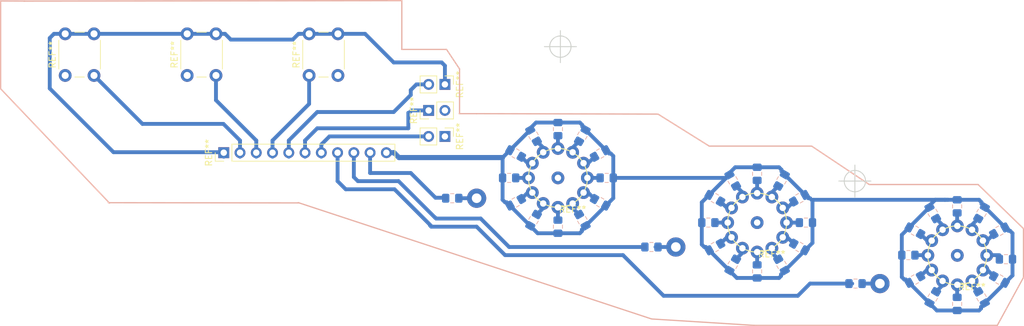
<source format=kicad_pcb>
(kicad_pcb (version 20171130) (host pcbnew "(5.0.2)-1")

  (general
    (thickness 1.6)
    (drawings 35)
    (tracks 234)
    (zones 0)
    (modules 49)
    (nets 1)
  )

  (page User 162.001 119.99)
  (layers
    (0 F.Cu signal hide)
    (31 B.Cu signal)
    (32 B.Adhes user hide)
    (33 F.Adhes user hide)
    (34 B.Paste user hide)
    (35 F.Paste user hide)
    (36 B.SilkS user)
    (37 F.SilkS user hide)
    (38 B.Mask user hide)
    (39 F.Mask user hide)
    (40 Dwgs.User user hide)
    (41 Cmts.User user hide)
    (42 Eco1.User user)
    (43 Eco2.User user hide)
    (44 Edge.Cuts user hide)
    (45 Margin user hide)
    (46 B.CrtYd user hide)
    (47 F.CrtYd user hide)
    (48 B.Fab user hide)
    (49 F.Fab user hide)
  )

  (setup
    (last_trace_width 0.25)
    (user_trace_width 0.4)
    (user_trace_width 0.6)
    (user_trace_width 0.8)
    (trace_clearance 0.2)
    (zone_clearance 0.508)
    (zone_45_only no)
    (trace_min 0.2)
    (segment_width 0.2)
    (edge_width 0.15)
    (via_size 0.8)
    (via_drill 0.4)
    (via_min_size 0.4)
    (via_min_drill 0.3)
    (user_via 2 1)
    (user_via 3 1.5)
    (uvia_size 0.3)
    (uvia_drill 0.1)
    (uvias_allowed no)
    (uvia_min_size 0.2)
    (uvia_min_drill 0.1)
    (pcb_text_width 0.3)
    (pcb_text_size 1.5 1.5)
    (mod_edge_width 0.15)
    (mod_text_size 1 1)
    (mod_text_width 0.15)
    (pad_size 1.6 1.6)
    (pad_drill 1.1)
    (pad_to_mask_clearance 0.051)
    (solder_mask_min_width 0.25)
    (aux_axis_origin 0.235 96.85)
    (grid_origin 102.235 196.85)
    (visible_elements 7FFFFFFF)
    (pcbplotparams
      (layerselection 0x00410_fffffffe)
      (usegerberextensions false)
      (usegerberattributes false)
      (usegerberadvancedattributes false)
      (creategerberjobfile false)
      (excludeedgelayer true)
      (linewidth 0.100000)
      (plotframeref false)
      (viasonmask false)
      (mode 1)
      (useauxorigin true)
      (hpglpennumber 1)
      (hpglpenspeed 20)
      (hpglpendiameter 15.000000)
      (psnegative false)
      (psa4output false)
      (plotreference false)
      (plotvalue false)
      (plotinvisibletext false)
      (padsonsilk false)
      (subtractmaskfromsilk false)
      (outputformat 1)
      (mirror false)
      (drillshape 0)
      (scaleselection 1)
      (outputdirectory "./"))
  )

  (net 0 "")

  (net_class Default "Dies ist die voreingestellte Netzklasse."
    (clearance 0.2)
    (trace_width 0.25)
    (via_dia 0.8)
    (via_drill 0.4)
    (uvia_dia 0.3)
    (uvia_drill 0.1)
  )

  (module rotSw (layer F.Cu) (tedit 5C267E4D) (tstamp 5C26927C)
    (at 150.235 85.45)
    (fp_text reference REF** (at 2.29 4.91) (layer F.SilkS)
      (effects (font (size 1 1) (thickness 0.15)))
    )
    (fp_text value rotSw (at 0 -0.5) (layer F.Fab)
      (effects (font (size 1 1) (thickness 0.15)))
    )
    (fp_circle (center 0 0) (end 4.6 0.1) (layer F.SilkS) (width 0.15))
    (pad 1 thru_hole circle (at 0 -4.6) (size 2 2) (drill 1) (layers *.Cu *.Mask))
    (pad 2 thru_hole circle (at 2.3 -4) (size 2 2) (drill 1) (layers *.Cu *.Mask))
    (pad 3 thru_hole circle (at 4 -2.3) (size 2 2) (drill 1) (layers *.Cu *.Mask))
    (pad 4 thru_hole circle (at 4.6 0) (size 2 2) (drill 1) (layers *.Cu *.Mask))
    (pad 5 thru_hole circle (at 4 2.3) (size 2 2) (drill 1) (layers *.Cu *.Mask))
    (pad 6 thru_hole circle (at 2.3 4) (size 2 2) (drill 1) (layers *.Cu *.Mask))
    (pad 7 thru_hole circle (at 0 4.6) (size 2 2) (drill 1) (layers *.Cu *.Mask))
    (pad 8 thru_hole circle (at -2.3 4) (size 2 2) (drill 1) (layers *.Cu *.Mask))
    (pad 9 thru_hole circle (at -4 2.3) (size 2 2) (drill 1) (layers *.Cu *.Mask))
    (pad 10 thru_hole circle (at -4.6 0) (size 2 2) (drill 1) (layers *.Cu *.Mask))
    (pad 11 thru_hole circle (at -4 -2.3) (size 2 2) (drill 1) (layers *.Cu *.Mask))
    (pad 12 thru_hole circle (at -2.3 -4) (size 2 2) (drill 1) (layers *.Cu *.Mask))
    (pad 13 thru_hole circle (at 0 0) (size 2 2) (drill 1) (layers *.Cu *.Mask))
  )

  (module rotSw (layer F.Cu) (tedit 5C267E4D) (tstamp 5C26925A)
    (at 118.9678 80.3362)
    (fp_text reference REF** (at 2.29 4.91) (layer F.SilkS)
      (effects (font (size 1 1) (thickness 0.15)))
    )
    (fp_text value rotSw (at 0 -0.5) (layer F.Fab)
      (effects (font (size 1 1) (thickness 0.15)))
    )
    (fp_circle (center 0 0) (end 4.6 0.1) (layer F.SilkS) (width 0.15))
    (pad 13 thru_hole circle (at 0 0) (size 2 2) (drill 1) (layers *.Cu *.Mask))
    (pad 12 thru_hole circle (at -2.3 -4) (size 2 2) (drill 1) (layers *.Cu *.Mask))
    (pad 11 thru_hole circle (at -4 -2.3) (size 2 2) (drill 1) (layers *.Cu *.Mask))
    (pad 10 thru_hole circle (at -4.6 0) (size 2 2) (drill 1) (layers *.Cu *.Mask))
    (pad 9 thru_hole circle (at -4 2.3) (size 2 2) (drill 1) (layers *.Cu *.Mask))
    (pad 8 thru_hole circle (at -2.3 4) (size 2 2) (drill 1) (layers *.Cu *.Mask))
    (pad 7 thru_hole circle (at 0 4.6) (size 2 2) (drill 1) (layers *.Cu *.Mask))
    (pad 6 thru_hole circle (at 2.3 4) (size 2 2) (drill 1) (layers *.Cu *.Mask))
    (pad 5 thru_hole circle (at 4 2.3) (size 2 2) (drill 1) (layers *.Cu *.Mask))
    (pad 4 thru_hole circle (at 4.6 0) (size 2 2) (drill 1) (layers *.Cu *.Mask))
    (pad 3 thru_hole circle (at 4 -2.3) (size 2 2) (drill 1) (layers *.Cu *.Mask))
    (pad 2 thru_hole circle (at 2.3 -4) (size 2 2) (drill 1) (layers *.Cu *.Mask))
    (pad 1 thru_hole circle (at 0 -4.6) (size 2 2) (drill 1) (layers *.Cu *.Mask))
  )

  (module rotSw (layer F.Cu) (tedit 5C267E4D) (tstamp 5C2691AA)
    (at 87.8528 73.3512)
    (fp_text reference REF** (at 2.29 4.91) (layer F.SilkS)
      (effects (font (size 1 1) (thickness 0.15)))
    )
    (fp_text value rotSw (at 0 -0.5) (layer F.Fab)
      (effects (font (size 1 1) (thickness 0.15)))
    )
    (fp_circle (center 0 0) (end 4.6 0.1) (layer F.SilkS) (width 0.15))
    (pad 1 thru_hole circle (at 0 -4.6) (size 2 2) (drill 1) (layers *.Cu *.Mask))
    (pad 2 thru_hole circle (at 2.3 -4) (size 2 2) (drill 1) (layers *.Cu *.Mask))
    (pad 3 thru_hole circle (at 4 -2.3) (size 2 2) (drill 1) (layers *.Cu *.Mask))
    (pad 4 thru_hole circle (at 4.6 0) (size 2 2) (drill 1) (layers *.Cu *.Mask))
    (pad 5 thru_hole circle (at 4 2.3) (size 2 2) (drill 1) (layers *.Cu *.Mask))
    (pad 6 thru_hole circle (at 2.3 4) (size 2 2) (drill 1) (layers *.Cu *.Mask))
    (pad 7 thru_hole circle (at 0 4.6) (size 2 2) (drill 1) (layers *.Cu *.Mask))
    (pad 8 thru_hole circle (at -2.3 4) (size 2 2) (drill 1) (layers *.Cu *.Mask))
    (pad 9 thru_hole circle (at -4 2.3) (size 2 2) (drill 1) (layers *.Cu *.Mask))
    (pad 10 thru_hole circle (at -4.6 0) (size 2 2) (drill 1) (layers *.Cu *.Mask))
    (pad 11 thru_hole circle (at -4 -2.3) (size 2 2) (drill 1) (layers *.Cu *.Mask))
    (pad 12 thru_hole circle (at -2.3 -4) (size 2 2) (drill 1) (layers *.Cu *.Mask))
    (pad 13 thru_hole circle (at 0 0) (size 2 2) (drill 1) (layers *.Cu *.Mask))
  )

  (module Resistor_SMD:R_0805_2012Metric_Pad1.15x1.40mm_HandSolder (layer B.Cu) (tedit 5C1FF576) (tstamp 5C22354F)
    (at 71.3428 76.5262 180)
    (descr "Resistor SMD 0805 (2012 Metric), square (rectangular) end terminal, IPC_7351 nominal with elongated pad for handsoldering. (Body size source: https://docs.google.com/spreadsheets/d/1BsfQQcO9C6DZCsRaXUlFlo91Tg2WpOkGARC1WS5S8t0/edit?usp=sharing), generated with kicad-footprint-generator")
    (tags "resistor handsolder")
    (attr smd)
    (fp_text reference "" (at 0 1.65 180) (layer B.SilkS)
      (effects (font (size 1 1) (thickness 0.15)) (justify mirror))
    )
    (fp_text value "" (at 0 -1.65 180) (layer B.Fab)
      (effects (font (size 1 1) (thickness 0.15)) (justify mirror))
    )
    (fp_line (start -1 -0.6) (end -1 0.6) (layer B.Fab) (width 0.1))
    (fp_line (start -1 0.6) (end 1 0.6) (layer B.Fab) (width 0.1))
    (fp_line (start 1 0.6) (end 1 -0.6) (layer B.Fab) (width 0.1))
    (fp_line (start 1 -0.6) (end -1 -0.6) (layer B.Fab) (width 0.1))
    (fp_line (start -0.261252 0.71) (end 0.261252 0.71) (layer B.SilkS) (width 0.12))
    (fp_line (start -0.261252 -0.71) (end 0.261252 -0.71) (layer B.SilkS) (width 0.12))
    (fp_line (start -1.85 -0.95) (end -1.85 0.95) (layer B.CrtYd) (width 0.05))
    (fp_line (start -1.85 0.95) (end 1.85 0.95) (layer B.CrtYd) (width 0.05))
    (fp_line (start 1.85 0.95) (end 1.85 -0.95) (layer B.CrtYd) (width 0.05))
    (fp_line (start 1.85 -0.95) (end -1.85 -0.95) (layer B.CrtYd) (width 0.05))
    (fp_text user %R (at 0 0 180) (layer B.Fab)
      (effects (font (size 0.5 0.5) (thickness 0.08)) (justify mirror))
    )
    (pad 1 smd roundrect (at -1.025 0 180) (size 1.15 1.4) (layers B.Cu B.Paste B.Mask) (roundrect_rratio 0.217391))
    (pad 2 smd roundrect (at 1.025 0 180) (size 1.15 1.4) (layers B.Cu B.Paste B.Mask) (roundrect_rratio 0.217391))
    (model ${KISYS3DMOD}/Resistor_SMD.3dshapes/R_0805_2012Metric.wrl
      (at (xyz 0 0 0))
      (scale (xyz 1 1 1))
      (rotate (xyz 0 0 0))
    )
  )

  (module Resistor_SMD:R_0805_2012Metric_Pad1.15x1.40mm_HandSolder (layer B.Cu) (tedit 5C1FF576) (tstamp 5C22352F)
    (at 102.4578 84.1462 180)
    (descr "Resistor SMD 0805 (2012 Metric), square (rectangular) end terminal, IPC_7351 nominal with elongated pad for handsoldering. (Body size source: https://docs.google.com/spreadsheets/d/1BsfQQcO9C6DZCsRaXUlFlo91Tg2WpOkGARC1WS5S8t0/edit?usp=sharing), generated with kicad-footprint-generator")
    (tags "resistor handsolder")
    (attr smd)
    (fp_text reference "" (at 0 1.65 180) (layer B.SilkS)
      (effects (font (size 1 1) (thickness 0.15)) (justify mirror))
    )
    (fp_text value "" (at 0 -1.65 180) (layer B.Fab)
      (effects (font (size 1 1) (thickness 0.15)) (justify mirror))
    )
    (fp_text user %R (at 0 0 180) (layer B.Fab)
      (effects (font (size 0.5 0.5) (thickness 0.08)) (justify mirror))
    )
    (fp_line (start 1.85 -0.95) (end -1.85 -0.95) (layer B.CrtYd) (width 0.05))
    (fp_line (start 1.85 0.95) (end 1.85 -0.95) (layer B.CrtYd) (width 0.05))
    (fp_line (start -1.85 0.95) (end 1.85 0.95) (layer B.CrtYd) (width 0.05))
    (fp_line (start -1.85 -0.95) (end -1.85 0.95) (layer B.CrtYd) (width 0.05))
    (fp_line (start -0.261252 -0.71) (end 0.261252 -0.71) (layer B.SilkS) (width 0.12))
    (fp_line (start -0.261252 0.71) (end 0.261252 0.71) (layer B.SilkS) (width 0.12))
    (fp_line (start 1 -0.6) (end -1 -0.6) (layer B.Fab) (width 0.1))
    (fp_line (start 1 0.6) (end 1 -0.6) (layer B.Fab) (width 0.1))
    (fp_line (start -1 0.6) (end 1 0.6) (layer B.Fab) (width 0.1))
    (fp_line (start -1 -0.6) (end -1 0.6) (layer B.Fab) (width 0.1))
    (pad 2 smd roundrect (at 1.025 0 180) (size 1.15 1.4) (layers B.Cu B.Paste B.Mask) (roundrect_rratio 0.217391))
    (pad 1 smd roundrect (at -1.025 0 180) (size 1.15 1.4) (layers B.Cu B.Paste B.Mask) (roundrect_rratio 0.217391))
    (model ${KISYS3DMOD}/Resistor_SMD.3dshapes/R_0805_2012Metric.wrl
      (at (xyz 0 0 0))
      (scale (xyz 1 1 1))
      (rotate (xyz 0 0 0))
    )
  )

  (module Resistor_SMD:R_0805_2012Metric_Pad1.15x1.40mm_HandSolder (layer B.Cu) (tedit 5C1FF576) (tstamp 5C267FD8)
    (at 134.3348 89.8612 180)
    (descr "Resistor SMD 0805 (2012 Metric), square (rectangular) end terminal, IPC_7351 nominal with elongated pad for handsoldering. (Body size source: https://docs.google.com/spreadsheets/d/1BsfQQcO9C6DZCsRaXUlFlo91Tg2WpOkGARC1WS5S8t0/edit?usp=sharing), generated with kicad-footprint-generator")
    (tags "resistor handsolder")
    (attr smd)
    (fp_text reference "" (at 0 1.65 180) (layer B.SilkS)
      (effects (font (size 1 1) (thickness 0.15)) (justify mirror))
    )
    (fp_text value "" (at 0 -1.65 180) (layer B.Fab)
      (effects (font (size 1 1) (thickness 0.15)) (justify mirror))
    )
    (fp_line (start -1 -0.6) (end -1 0.6) (layer B.Fab) (width 0.1))
    (fp_line (start -1 0.6) (end 1 0.6) (layer B.Fab) (width 0.1))
    (fp_line (start 1 0.6) (end 1 -0.6) (layer B.Fab) (width 0.1))
    (fp_line (start 1 -0.6) (end -1 -0.6) (layer B.Fab) (width 0.1))
    (fp_line (start -0.261252 0.71) (end 0.261252 0.71) (layer B.SilkS) (width 0.12))
    (fp_line (start -0.261252 -0.71) (end 0.261252 -0.71) (layer B.SilkS) (width 0.12))
    (fp_line (start -1.85 -0.95) (end -1.85 0.95) (layer B.CrtYd) (width 0.05))
    (fp_line (start -1.85 0.95) (end 1.85 0.95) (layer B.CrtYd) (width 0.05))
    (fp_line (start 1.85 0.95) (end 1.85 -0.95) (layer B.CrtYd) (width 0.05))
    (fp_line (start 1.85 -0.95) (end -1.85 -0.95) (layer B.CrtYd) (width 0.05))
    (fp_text user %R (at 0 0 180) (layer B.Fab)
      (effects (font (size 0.5 0.5) (thickness 0.08)) (justify mirror))
    )
    (pad 1 smd roundrect (at -1.025 0 180) (size 1.15 1.4) (layers B.Cu B.Paste B.Mask) (roundrect_rratio 0.217391))
    (pad 2 smd roundrect (at 1.025 0 180) (size 1.15 1.4) (layers B.Cu B.Paste B.Mask) (roundrect_rratio 0.217391))
    (model ${KISYS3DMOD}/Resistor_SMD.3dshapes/R_0805_2012Metric.wrl
      (at (xyz 0 0 0))
      (scale (xyz 1 1 1))
      (rotate (xyz 0 0 0))
    )
  )

  (module Connector_PinHeader_2.54mm:PinHeader_1x02_P2.54mm_Vertical (layer F.Cu) (tedit 59FED5CC) (tstamp 5C2677AA)
    (at 70.1998 66.8742 270)
    (descr "Through hole straight pin header, 1x02, 2.54mm pitch, single row")
    (tags "Through hole pin header THT 1x02 2.54mm single row")
    (fp_text reference REF** (at 0 -2.33 270) (layer F.SilkS)
      (effects (font (size 1 1) (thickness 0.15)))
    )
    (fp_text value PinHeader_1x02_P2.54mm_Vertical (at 0 4.87 270) (layer F.Fab)
      (effects (font (size 1 1) (thickness 0.15)))
    )
    (fp_text user %R (at 0 1.27) (layer F.Fab)
      (effects (font (size 1 1) (thickness 0.15)))
    )
    (fp_line (start 1.8 -1.8) (end -1.8 -1.8) (layer F.CrtYd) (width 0.05))
    (fp_line (start 1.8 4.35) (end 1.8 -1.8) (layer F.CrtYd) (width 0.05))
    (fp_line (start -1.8 4.35) (end 1.8 4.35) (layer F.CrtYd) (width 0.05))
    (fp_line (start -1.8 -1.8) (end -1.8 4.35) (layer F.CrtYd) (width 0.05))
    (fp_line (start -1.33 -1.33) (end 0 -1.33) (layer F.SilkS) (width 0.12))
    (fp_line (start -1.33 0) (end -1.33 -1.33) (layer F.SilkS) (width 0.12))
    (fp_line (start -1.33 1.27) (end 1.33 1.27) (layer F.SilkS) (width 0.12))
    (fp_line (start 1.33 1.27) (end 1.33 3.87) (layer F.SilkS) (width 0.12))
    (fp_line (start -1.33 1.27) (end -1.33 3.87) (layer F.SilkS) (width 0.12))
    (fp_line (start -1.33 3.87) (end 1.33 3.87) (layer F.SilkS) (width 0.12))
    (fp_line (start -1.27 -0.635) (end -0.635 -1.27) (layer F.Fab) (width 0.1))
    (fp_line (start -1.27 3.81) (end -1.27 -0.635) (layer F.Fab) (width 0.1))
    (fp_line (start 1.27 3.81) (end -1.27 3.81) (layer F.Fab) (width 0.1))
    (fp_line (start 1.27 -1.27) (end 1.27 3.81) (layer F.Fab) (width 0.1))
    (fp_line (start -0.635 -1.27) (end 1.27 -1.27) (layer F.Fab) (width 0.1))
    (pad 2 thru_hole oval (at 0 2.54 270) (size 1.7 1.7) (drill 1) (layers *.Cu *.Mask))
    (pad 1 thru_hole rect (at 0 0 270) (size 1.7 1.7) (drill 1) (layers *.Cu *.Mask))
    (model ${KISYS3DMOD}/Connector_PinHeader_2.54mm.3dshapes/PinHeader_1x02_P2.54mm_Vertical.wrl
      (at (xyz 0 0 0))
      (scale (xyz 1 1 1))
      (rotate (xyz 0 0 0))
    )
  )

  (module Connector_PinHeader_2.54mm:PinHeader_1x02_P2.54mm_Vertical (layer F.Cu) (tedit 59FED5CC) (tstamp 5C26776B)
    (at 67.6598 62.8102 90)
    (descr "Through hole straight pin header, 1x02, 2.54mm pitch, single row")
    (tags "Through hole pin header THT 1x02 2.54mm single row")
    (fp_text reference REF** (at 0 -2.33 90) (layer F.SilkS)
      (effects (font (size 1 1) (thickness 0.15)))
    )
    (fp_text value PinHeader_1x02_P2.54mm_Vertical (at 0 4.87 90) (layer F.Fab)
      (effects (font (size 1 1) (thickness 0.15)))
    )
    (fp_line (start -0.635 -1.27) (end 1.27 -1.27) (layer F.Fab) (width 0.1))
    (fp_line (start 1.27 -1.27) (end 1.27 3.81) (layer F.Fab) (width 0.1))
    (fp_line (start 1.27 3.81) (end -1.27 3.81) (layer F.Fab) (width 0.1))
    (fp_line (start -1.27 3.81) (end -1.27 -0.635) (layer F.Fab) (width 0.1))
    (fp_line (start -1.27 -0.635) (end -0.635 -1.27) (layer F.Fab) (width 0.1))
    (fp_line (start -1.33 3.87) (end 1.33 3.87) (layer F.SilkS) (width 0.12))
    (fp_line (start -1.33 1.27) (end -1.33 3.87) (layer F.SilkS) (width 0.12))
    (fp_line (start 1.33 1.27) (end 1.33 3.87) (layer F.SilkS) (width 0.12))
    (fp_line (start -1.33 1.27) (end 1.33 1.27) (layer F.SilkS) (width 0.12))
    (fp_line (start -1.33 0) (end -1.33 -1.33) (layer F.SilkS) (width 0.12))
    (fp_line (start -1.33 -1.33) (end 0 -1.33) (layer F.SilkS) (width 0.12))
    (fp_line (start -1.8 -1.8) (end -1.8 4.35) (layer F.CrtYd) (width 0.05))
    (fp_line (start -1.8 4.35) (end 1.8 4.35) (layer F.CrtYd) (width 0.05))
    (fp_line (start 1.8 4.35) (end 1.8 -1.8) (layer F.CrtYd) (width 0.05))
    (fp_line (start 1.8 -1.8) (end -1.8 -1.8) (layer F.CrtYd) (width 0.05))
    (fp_text user %R (at 0 1.27 180) (layer F.Fab)
      (effects (font (size 1 1) (thickness 0.15)))
    )
    (pad 1 thru_hole rect (at 0 0 90) (size 1.7 1.7) (drill 1) (layers *.Cu *.Mask))
    (pad 2 thru_hole oval (at 0 2.54 90) (size 1.7 1.7) (drill 1) (layers *.Cu *.Mask))
    (model ${KISYS3DMOD}/Connector_PinHeader_2.54mm.3dshapes/PinHeader_1x02_P2.54mm_Vertical.wrl
      (at (xyz 0 0 0))
      (scale (xyz 1 1 1))
      (rotate (xyz 0 0 0))
    )
  )

  (module Resistor_SMD:R_0805_2012Metric_Pad1.15x1.40mm_HandSolder (layer B.Cu) (tedit 5C1FF576) (tstamp 5C267F78)
    (at 143.6058 81.6062 150)
    (descr "Resistor SMD 0805 (2012 Metric), square (rectangular) end terminal, IPC_7351 nominal with elongated pad for handsoldering. (Body size source: https://docs.google.com/spreadsheets/d/1BsfQQcO9C6DZCsRaXUlFlo91Tg2WpOkGARC1WS5S8t0/edit?usp=sharing), generated with kicad-footprint-generator")
    (tags "resistor handsolder")
    (attr smd)
    (fp_text reference "" (at 0 1.65 150) (layer B.SilkS)
      (effects (font (size 1 1) (thickness 0.15)) (justify mirror))
    )
    (fp_text value "" (at 0 -1.65 150) (layer B.Fab)
      (effects (font (size 1 1) (thickness 0.15)) (justify mirror))
    )
    (fp_text user %R (at 0 0 150) (layer B.Fab)
      (effects (font (size 0.5 0.5) (thickness 0.08)) (justify mirror))
    )
    (fp_line (start 1.85 -0.95) (end -1.85 -0.95) (layer B.CrtYd) (width 0.05))
    (fp_line (start 1.85 0.95) (end 1.85 -0.95) (layer B.CrtYd) (width 0.05))
    (fp_line (start -1.85 0.95) (end 1.85 0.95) (layer B.CrtYd) (width 0.05))
    (fp_line (start -1.85 -0.95) (end -1.85 0.95) (layer B.CrtYd) (width 0.05))
    (fp_line (start -0.261252 -0.71) (end 0.261252 -0.71) (layer B.SilkS) (width 0.12))
    (fp_line (start -0.261252 0.71) (end 0.261252 0.71) (layer B.SilkS) (width 0.12))
    (fp_line (start 1 -0.6) (end -1 -0.6) (layer B.Fab) (width 0.1))
    (fp_line (start 1 0.6) (end 1 -0.6) (layer B.Fab) (width 0.1))
    (fp_line (start -1 0.6) (end 1 0.6) (layer B.Fab) (width 0.1))
    (fp_line (start -1 -0.6) (end -1 0.6) (layer B.Fab) (width 0.1))
    (pad 2 smd roundrect (at 1.025 0 150) (size 1.15 1.4) (layers B.Cu B.Paste B.Mask) (roundrect_rratio 0.217391))
    (pad 1 smd roundrect (at -1.025 0 150) (size 1.15 1.4) (layers B.Cu B.Paste B.Mask) (roundrect_rratio 0.217391))
    (model ${KISYS3DMOD}/Resistor_SMD.3dshapes/R_0805_2012Metric.wrl
      (at (xyz 0 0 0))
      (scale (xyz 1 1 1))
      (rotate (xyz 0 0 0))
    )
  )

  (module Resistor_SMD:R_0805_2012Metric_Pad1.15x1.40mm_HandSolder (layer B.Cu) (tedit 5C1FF576) (tstamp 5C267FA8)
    (at 150.2098 77.7962 90)
    (descr "Resistor SMD 0805 (2012 Metric), square (rectangular) end terminal, IPC_7351 nominal with elongated pad for handsoldering. (Body size source: https://docs.google.com/spreadsheets/d/1BsfQQcO9C6DZCsRaXUlFlo91Tg2WpOkGARC1WS5S8t0/edit?usp=sharing), generated with kicad-footprint-generator")
    (tags "resistor handsolder")
    (attr smd)
    (fp_text reference "" (at 0 1.65 90) (layer B.SilkS)
      (effects (font (size 1 1) (thickness 0.15)) (justify mirror))
    )
    (fp_text value "" (at 0 -1.65 90) (layer B.Fab)
      (effects (font (size 1 1) (thickness 0.15)) (justify mirror))
    )
    (fp_text user %R (at 0 0 90) (layer B.Fab)
      (effects (font (size 0.5 0.5) (thickness 0.08)) (justify mirror))
    )
    (fp_line (start 1.85 -0.95) (end -1.85 -0.95) (layer B.CrtYd) (width 0.05))
    (fp_line (start 1.85 0.95) (end 1.85 -0.95) (layer B.CrtYd) (width 0.05))
    (fp_line (start -1.85 0.95) (end 1.85 0.95) (layer B.CrtYd) (width 0.05))
    (fp_line (start -1.85 -0.95) (end -1.85 0.95) (layer B.CrtYd) (width 0.05))
    (fp_line (start -0.261252 -0.71) (end 0.261252 -0.71) (layer B.SilkS) (width 0.12))
    (fp_line (start -0.261252 0.71) (end 0.261252 0.71) (layer B.SilkS) (width 0.12))
    (fp_line (start 1 -0.6) (end -1 -0.6) (layer B.Fab) (width 0.1))
    (fp_line (start 1 0.6) (end 1 -0.6) (layer B.Fab) (width 0.1))
    (fp_line (start -1 0.6) (end 1 0.6) (layer B.Fab) (width 0.1))
    (fp_line (start -1 -0.6) (end -1 0.6) (layer B.Fab) (width 0.1))
    (pad 2 smd roundrect (at 1.025 0 90) (size 1.15 1.4) (layers B.Cu B.Paste B.Mask) (roundrect_rratio 0.217391))
    (pad 1 smd roundrect (at -1.025 0 90) (size 1.15 1.4) (layers B.Cu B.Paste B.Mask) (roundrect_rratio 0.217391))
    (model ${KISYS3DMOD}/Resistor_SMD.3dshapes/R_0805_2012Metric.wrl
      (at (xyz 0 0 0))
      (scale (xyz 1 1 1))
      (rotate (xyz 0 0 0))
    )
  )

  (module Resistor_SMD:R_0805_2012Metric_Pad1.15x1.40mm_HandSolder (layer B.Cu) (tedit 5C1FF576) (tstamp 5C267EE5)
    (at 156.8138 81.6062 30)
    (descr "Resistor SMD 0805 (2012 Metric), square (rectangular) end terminal, IPC_7351 nominal with elongated pad for handsoldering. (Body size source: https://docs.google.com/spreadsheets/d/1BsfQQcO9C6DZCsRaXUlFlo91Tg2WpOkGARC1WS5S8t0/edit?usp=sharing), generated with kicad-footprint-generator")
    (tags "resistor handsolder")
    (attr smd)
    (fp_text reference "" (at 0 1.65 30) (layer B.SilkS)
      (effects (font (size 1 1) (thickness 0.15)) (justify mirror))
    )
    (fp_text value "" (at 0 -1.65 30) (layer B.Fab)
      (effects (font (size 1 1) (thickness 0.15)) (justify mirror))
    )
    (fp_text user %R (at 0 0 30) (layer B.Fab)
      (effects (font (size 0.5 0.5) (thickness 0.08)) (justify mirror))
    )
    (fp_line (start 1.85 -0.95) (end -1.85 -0.95) (layer B.CrtYd) (width 0.05))
    (fp_line (start 1.85 0.95) (end 1.85 -0.95) (layer B.CrtYd) (width 0.05))
    (fp_line (start -1.85 0.95) (end 1.85 0.95) (layer B.CrtYd) (width 0.05))
    (fp_line (start -1.85 -0.95) (end -1.85 0.95) (layer B.CrtYd) (width 0.05))
    (fp_line (start -0.261252 -0.71) (end 0.261252 -0.71) (layer B.SilkS) (width 0.12))
    (fp_line (start -0.261252 0.71) (end 0.261252 0.71) (layer B.SilkS) (width 0.12))
    (fp_line (start 1 -0.6) (end -1 -0.6) (layer B.Fab) (width 0.1))
    (fp_line (start 1 0.6) (end 1 -0.6) (layer B.Fab) (width 0.1))
    (fp_line (start -1 0.6) (end 1 0.6) (layer B.Fab) (width 0.1))
    (fp_line (start -1 -0.6) (end -1 0.6) (layer B.Fab) (width 0.1))
    (pad 2 smd roundrect (at 1.025 0 30) (size 1.15 1.4) (layers B.Cu B.Paste B.Mask) (roundrect_rratio 0.217391))
    (pad 1 smd roundrect (at -1.025 0 30) (size 1.15 1.4) (layers B.Cu B.Paste B.Mask) (roundrect_rratio 0.217391))
    (model ${KISYS3DMOD}/Resistor_SMD.3dshapes/R_0805_2012Metric.wrl
      (at (xyz 0 0 0))
      (scale (xyz 1 1 1))
      (rotate (xyz 0 0 0))
    )
  )

  (module Resistor_SMD:R_0805_2012Metric_Pad1.15x1.40mm_HandSolder (layer B.Cu) (tedit 5C1FF576) (tstamp 5C267F15)
    (at 143.6058 89.2262 210)
    (descr "Resistor SMD 0805 (2012 Metric), square (rectangular) end terminal, IPC_7351 nominal with elongated pad for handsoldering. (Body size source: https://docs.google.com/spreadsheets/d/1BsfQQcO9C6DZCsRaXUlFlo91Tg2WpOkGARC1WS5S8t0/edit?usp=sharing), generated with kicad-footprint-generator")
    (tags "resistor handsolder")
    (attr smd)
    (fp_text reference "" (at 0 1.65 210) (layer B.SilkS)
      (effects (font (size 1 1) (thickness 0.15)) (justify mirror))
    )
    (fp_text value "" (at 0 -1.65 210) (layer B.Fab)
      (effects (font (size 1 1) (thickness 0.15)) (justify mirror))
    )
    (fp_text user %R (at 0 0 210) (layer B.Fab)
      (effects (font (size 0.5 0.5) (thickness 0.08)) (justify mirror))
    )
    (fp_line (start 1.85 -0.95) (end -1.85 -0.95) (layer B.CrtYd) (width 0.05))
    (fp_line (start 1.85 0.95) (end 1.85 -0.95) (layer B.CrtYd) (width 0.05))
    (fp_line (start -1.85 0.95) (end 1.85 0.95) (layer B.CrtYd) (width 0.05))
    (fp_line (start -1.85 -0.95) (end -1.85 0.95) (layer B.CrtYd) (width 0.05))
    (fp_line (start -0.261252 -0.71) (end 0.261252 -0.71) (layer B.SilkS) (width 0.12))
    (fp_line (start -0.261252 0.71) (end 0.261252 0.71) (layer B.SilkS) (width 0.12))
    (fp_line (start 1 -0.6) (end -1 -0.6) (layer B.Fab) (width 0.1))
    (fp_line (start 1 0.6) (end 1 -0.6) (layer B.Fab) (width 0.1))
    (fp_line (start -1 0.6) (end 1 0.6) (layer B.Fab) (width 0.1))
    (fp_line (start -1 -0.6) (end -1 0.6) (layer B.Fab) (width 0.1))
    (pad 2 smd roundrect (at 1.025 0 210) (size 1.15 1.4) (layers B.Cu B.Paste B.Mask) (roundrect_rratio 0.217391))
    (pad 1 smd roundrect (at -1.025 0 210) (size 1.15 1.4) (layers B.Cu B.Paste B.Mask) (roundrect_rratio 0.217391))
    (model ${KISYS3DMOD}/Resistor_SMD.3dshapes/R_0805_2012Metric.wrl
      (at (xyz 0 0 0))
      (scale (xyz 1 1 1))
      (rotate (xyz 0 0 0))
    )
  )

  (module Resistor_SMD:R_0805_2012Metric_Pad1.15x1.40mm_HandSolder (layer B.Cu) (tedit 5C1FF576) (tstamp 5C267EB5)
    (at 154.0198 78.8122 60)
    (descr "Resistor SMD 0805 (2012 Metric), square (rectangular) end terminal, IPC_7351 nominal with elongated pad for handsoldering. (Body size source: https://docs.google.com/spreadsheets/d/1BsfQQcO9C6DZCsRaXUlFlo91Tg2WpOkGARC1WS5S8t0/edit?usp=sharing), generated with kicad-footprint-generator")
    (tags "resistor handsolder")
    (attr smd)
    (fp_text reference "" (at 0 1.65 60) (layer B.SilkS)
      (effects (font (size 1 1) (thickness 0.15)) (justify mirror))
    )
    (fp_text value "" (at 0 -1.65 60) (layer B.Fab)
      (effects (font (size 1 1) (thickness 0.15)) (justify mirror))
    )
    (fp_line (start -1 -0.6) (end -1 0.6) (layer B.Fab) (width 0.1))
    (fp_line (start -1 0.6) (end 1 0.6) (layer B.Fab) (width 0.1))
    (fp_line (start 1 0.6) (end 1 -0.6) (layer B.Fab) (width 0.1))
    (fp_line (start 1 -0.6) (end -1 -0.6) (layer B.Fab) (width 0.1))
    (fp_line (start -0.261252 0.71) (end 0.261252 0.71) (layer B.SilkS) (width 0.12))
    (fp_line (start -0.261252 -0.71) (end 0.261252 -0.71) (layer B.SilkS) (width 0.12))
    (fp_line (start -1.85 -0.95) (end -1.85 0.95) (layer B.CrtYd) (width 0.05))
    (fp_line (start -1.85 0.95) (end 1.85 0.95) (layer B.CrtYd) (width 0.05))
    (fp_line (start 1.85 0.95) (end 1.85 -0.95) (layer B.CrtYd) (width 0.05))
    (fp_line (start 1.85 -0.95) (end -1.85 -0.95) (layer B.CrtYd) (width 0.05))
    (fp_text user %R (at 0 0 60) (layer B.Fab)
      (effects (font (size 0.5 0.5) (thickness 0.08)) (justify mirror))
    )
    (pad 1 smd roundrect (at -1.025 0 60) (size 1.15 1.4) (layers B.Cu B.Paste B.Mask) (roundrect_rratio 0.217391))
    (pad 2 smd roundrect (at 1.025 0 60) (size 1.15 1.4) (layers B.Cu B.Paste B.Mask) (roundrect_rratio 0.217391))
    (model ${KISYS3DMOD}/Resistor_SMD.3dshapes/R_0805_2012Metric.wrl
      (at (xyz 0 0 0))
      (scale (xyz 1 1 1))
      (rotate (xyz 0 0 0))
    )
  )

  (module Resistor_SMD:R_0805_2012Metric_Pad1.15x1.40mm_HandSolder (layer B.Cu) (tedit 5C1FF576) (tstamp 5C268095)
    (at 142.5898 85.4162 180)
    (descr "Resistor SMD 0805 (2012 Metric), square (rectangular) end terminal, IPC_7351 nominal with elongated pad for handsoldering. (Body size source: https://docs.google.com/spreadsheets/d/1BsfQQcO9C6DZCsRaXUlFlo91Tg2WpOkGARC1WS5S8t0/edit?usp=sharing), generated with kicad-footprint-generator")
    (tags "resistor handsolder")
    (attr smd)
    (fp_text reference "" (at 0 1.65 180) (layer B.SilkS)
      (effects (font (size 1 1) (thickness 0.15)) (justify mirror))
    )
    (fp_text value "" (at 0 -1.65 180) (layer B.Fab)
      (effects (font (size 1 1) (thickness 0.15)) (justify mirror))
    )
    (fp_line (start -1 -0.6) (end -1 0.6) (layer B.Fab) (width 0.1))
    (fp_line (start -1 0.6) (end 1 0.6) (layer B.Fab) (width 0.1))
    (fp_line (start 1 0.6) (end 1 -0.6) (layer B.Fab) (width 0.1))
    (fp_line (start 1 -0.6) (end -1 -0.6) (layer B.Fab) (width 0.1))
    (fp_line (start -0.261252 0.71) (end 0.261252 0.71) (layer B.SilkS) (width 0.12))
    (fp_line (start -0.261252 -0.71) (end 0.261252 -0.71) (layer B.SilkS) (width 0.12))
    (fp_line (start -1.85 -0.95) (end -1.85 0.95) (layer B.CrtYd) (width 0.05))
    (fp_line (start -1.85 0.95) (end 1.85 0.95) (layer B.CrtYd) (width 0.05))
    (fp_line (start 1.85 0.95) (end 1.85 -0.95) (layer B.CrtYd) (width 0.05))
    (fp_line (start 1.85 -0.95) (end -1.85 -0.95) (layer B.CrtYd) (width 0.05))
    (fp_text user %R (at 0 0 180) (layer B.Fab)
      (effects (font (size 0.5 0.5) (thickness 0.08)) (justify mirror))
    )
    (pad 1 smd roundrect (at -1.025 0 180) (size 1.15 1.4) (layers B.Cu B.Paste B.Mask) (roundrect_rratio 0.217391))
    (pad 2 smd roundrect (at 1.025 0 180) (size 1.15 1.4) (layers B.Cu B.Paste B.Mask) (roundrect_rratio 0.217391))
    (model ${KISYS3DMOD}/Resistor_SMD.3dshapes/R_0805_2012Metric.wrl
      (at (xyz 0 0 0))
      (scale (xyz 1 1 1))
      (rotate (xyz 0 0 0))
    )
  )

  (module Resistor_SMD:R_0805_2012Metric_Pad1.15x1.40mm_HandSolder (layer B.Cu) (tedit 5C1FF576) (tstamp 5C2681B5)
    (at 154.0198 92.0202 300)
    (descr "Resistor SMD 0805 (2012 Metric), square (rectangular) end terminal, IPC_7351 nominal with elongated pad for handsoldering. (Body size source: https://docs.google.com/spreadsheets/d/1BsfQQcO9C6DZCsRaXUlFlo91Tg2WpOkGARC1WS5S8t0/edit?usp=sharing), generated with kicad-footprint-generator")
    (tags "resistor handsolder")
    (attr smd)
    (fp_text reference "" (at 0 1.65 300) (layer B.SilkS)
      (effects (font (size 1 1) (thickness 0.15)) (justify mirror))
    )
    (fp_text value "" (at 0 -1.65 300) (layer B.Fab)
      (effects (font (size 1 1) (thickness 0.15)) (justify mirror))
    )
    (fp_line (start -1 -0.6) (end -1 0.6) (layer B.Fab) (width 0.1))
    (fp_line (start -1 0.6) (end 1 0.6) (layer B.Fab) (width 0.1))
    (fp_line (start 1 0.6) (end 1 -0.6) (layer B.Fab) (width 0.1))
    (fp_line (start 1 -0.6) (end -1 -0.6) (layer B.Fab) (width 0.1))
    (fp_line (start -0.261252 0.71) (end 0.261252 0.71) (layer B.SilkS) (width 0.12))
    (fp_line (start -0.261252 -0.71) (end 0.261252 -0.71) (layer B.SilkS) (width 0.12))
    (fp_line (start -1.85 -0.95) (end -1.85 0.95) (layer B.CrtYd) (width 0.05))
    (fp_line (start -1.85 0.95) (end 1.85 0.95) (layer B.CrtYd) (width 0.05))
    (fp_line (start 1.85 0.95) (end 1.85 -0.95) (layer B.CrtYd) (width 0.05))
    (fp_line (start 1.85 -0.95) (end -1.85 -0.95) (layer B.CrtYd) (width 0.05))
    (fp_text user %R (at 0 0 300) (layer B.Fab)
      (effects (font (size 0.5 0.5) (thickness 0.08)) (justify mirror))
    )
    (pad 1 smd roundrect (at -1.025 0 300) (size 1.15 1.4) (layers B.Cu B.Paste B.Mask) (roundrect_rratio 0.217391))
    (pad 2 smd roundrect (at 1.025 0 300) (size 1.15 1.4) (layers B.Cu B.Paste B.Mask) (roundrect_rratio 0.217391))
    (model ${KISYS3DMOD}/Resistor_SMD.3dshapes/R_0805_2012Metric.wrl
      (at (xyz 0 0 0))
      (scale (xyz 1 1 1))
      (rotate (xyz 0 0 0))
    )
  )

  (module Resistor_SMD:R_0805_2012Metric_Pad1.15x1.40mm_HandSolder (layer B.Cu) (tedit 5C1FF576) (tstamp 5C268185)
    (at 156.8138 89.2262 330)
    (descr "Resistor SMD 0805 (2012 Metric), square (rectangular) end terminal, IPC_7351 nominal with elongated pad for handsoldering. (Body size source: https://docs.google.com/spreadsheets/d/1BsfQQcO9C6DZCsRaXUlFlo91Tg2WpOkGARC1WS5S8t0/edit?usp=sharing), generated with kicad-footprint-generator")
    (tags "resistor handsolder")
    (attr smd)
    (fp_text reference "" (at 0 1.65 330) (layer B.SilkS)
      (effects (font (size 1 1) (thickness 0.15)) (justify mirror))
    )
    (fp_text value "" (at 0 -1.65 330) (layer B.Fab)
      (effects (font (size 1 1) (thickness 0.15)) (justify mirror))
    )
    (fp_text user %R (at 0 0 330) (layer B.Fab)
      (effects (font (size 0.5 0.5) (thickness 0.08)) (justify mirror))
    )
    (fp_line (start 1.85 -0.95) (end -1.85 -0.95) (layer B.CrtYd) (width 0.05))
    (fp_line (start 1.85 0.95) (end 1.85 -0.95) (layer B.CrtYd) (width 0.05))
    (fp_line (start -1.85 0.95) (end 1.85 0.95) (layer B.CrtYd) (width 0.05))
    (fp_line (start -1.85 -0.95) (end -1.85 0.95) (layer B.CrtYd) (width 0.05))
    (fp_line (start -0.261252 -0.71) (end 0.261252 -0.71) (layer B.SilkS) (width 0.12))
    (fp_line (start -0.261252 0.71) (end 0.261252 0.71) (layer B.SilkS) (width 0.12))
    (fp_line (start 1 -0.6) (end -1 -0.6) (layer B.Fab) (width 0.1))
    (fp_line (start 1 0.6) (end 1 -0.6) (layer B.Fab) (width 0.1))
    (fp_line (start -1 0.6) (end 1 0.6) (layer B.Fab) (width 0.1))
    (fp_line (start -1 -0.6) (end -1 0.6) (layer B.Fab) (width 0.1))
    (pad 2 smd roundrect (at 1.025 0 330) (size 1.15 1.4) (layers B.Cu B.Paste B.Mask) (roundrect_rratio 0.217391))
    (pad 1 smd roundrect (at -1.025 0 330) (size 1.15 1.4) (layers B.Cu B.Paste B.Mask) (roundrect_rratio 0.217391))
    (model ${KISYS3DMOD}/Resistor_SMD.3dshapes/R_0805_2012Metric.wrl
      (at (xyz 0 0 0))
      (scale (xyz 1 1 1))
      (rotate (xyz 0 0 0))
    )
  )

  (module Resistor_SMD:R_0805_2012Metric_Pad1.15x1.40mm_HandSolder (layer B.Cu) (tedit 5C1FF576) (tstamp 5C268125)
    (at 146.3998 92.0202 240)
    (descr "Resistor SMD 0805 (2012 Metric), square (rectangular) end terminal, IPC_7351 nominal with elongated pad for handsoldering. (Body size source: https://docs.google.com/spreadsheets/d/1BsfQQcO9C6DZCsRaXUlFlo91Tg2WpOkGARC1WS5S8t0/edit?usp=sharing), generated with kicad-footprint-generator")
    (tags "resistor handsolder")
    (attr smd)
    (fp_text reference "" (at 0 1.65 240) (layer B.SilkS)
      (effects (font (size 1 1) (thickness 0.15)) (justify mirror))
    )
    (fp_text value "" (at 0 -1.65 240) (layer B.Fab)
      (effects (font (size 1 1) (thickness 0.15)) (justify mirror))
    )
    (fp_line (start -1 -0.6) (end -1 0.6) (layer B.Fab) (width 0.1))
    (fp_line (start -1 0.6) (end 1 0.6) (layer B.Fab) (width 0.1))
    (fp_line (start 1 0.6) (end 1 -0.6) (layer B.Fab) (width 0.1))
    (fp_line (start 1 -0.6) (end -1 -0.6) (layer B.Fab) (width 0.1))
    (fp_line (start -0.261252 0.71) (end 0.261252 0.71) (layer B.SilkS) (width 0.12))
    (fp_line (start -0.261252 -0.71) (end 0.261252 -0.71) (layer B.SilkS) (width 0.12))
    (fp_line (start -1.85 -0.95) (end -1.85 0.95) (layer B.CrtYd) (width 0.05))
    (fp_line (start -1.85 0.95) (end 1.85 0.95) (layer B.CrtYd) (width 0.05))
    (fp_line (start 1.85 0.95) (end 1.85 -0.95) (layer B.CrtYd) (width 0.05))
    (fp_line (start 1.85 -0.95) (end -1.85 -0.95) (layer B.CrtYd) (width 0.05))
    (fp_text user %R (at 0 0 240) (layer B.Fab)
      (effects (font (size 0.5 0.5) (thickness 0.08)) (justify mirror))
    )
    (pad 1 smd roundrect (at -1.025 0 240) (size 1.15 1.4) (layers B.Cu B.Paste B.Mask) (roundrect_rratio 0.217391))
    (pad 2 smd roundrect (at 1.025 0 240) (size 1.15 1.4) (layers B.Cu B.Paste B.Mask) (roundrect_rratio 0.217391))
    (model ${KISYS3DMOD}/Resistor_SMD.3dshapes/R_0805_2012Metric.wrl
      (at (xyz 0 0 0))
      (scale (xyz 1 1 1))
      (rotate (xyz 0 0 0))
    )
  )

  (module Resistor_SMD:R_0805_2012Metric_Pad1.15x1.40mm_HandSolder (layer B.Cu) (tedit 5C1FF576) (tstamp 5C268155)
    (at 146.3998 78.8122 120)
    (descr "Resistor SMD 0805 (2012 Metric), square (rectangular) end terminal, IPC_7351 nominal with elongated pad for handsoldering. (Body size source: https://docs.google.com/spreadsheets/d/1BsfQQcO9C6DZCsRaXUlFlo91Tg2WpOkGARC1WS5S8t0/edit?usp=sharing), generated with kicad-footprint-generator")
    (tags "resistor handsolder")
    (attr smd)
    (fp_text reference "" (at 0 1.65 120) (layer B.SilkS)
      (effects (font (size 1 1) (thickness 0.15)) (justify mirror))
    )
    (fp_text value "" (at 0 -1.65 120) (layer B.Fab)
      (effects (font (size 1 1) (thickness 0.15)) (justify mirror))
    )
    (fp_line (start -1 -0.6) (end -1 0.6) (layer B.Fab) (width 0.1))
    (fp_line (start -1 0.6) (end 1 0.6) (layer B.Fab) (width 0.1))
    (fp_line (start 1 0.6) (end 1 -0.6) (layer B.Fab) (width 0.1))
    (fp_line (start 1 -0.6) (end -1 -0.6) (layer B.Fab) (width 0.1))
    (fp_line (start -0.261252 0.71) (end 0.261252 0.71) (layer B.SilkS) (width 0.12))
    (fp_line (start -0.261252 -0.71) (end 0.261252 -0.71) (layer B.SilkS) (width 0.12))
    (fp_line (start -1.85 -0.95) (end -1.85 0.95) (layer B.CrtYd) (width 0.05))
    (fp_line (start -1.85 0.95) (end 1.85 0.95) (layer B.CrtYd) (width 0.05))
    (fp_line (start 1.85 0.95) (end 1.85 -0.95) (layer B.CrtYd) (width 0.05))
    (fp_line (start 1.85 -0.95) (end -1.85 -0.95) (layer B.CrtYd) (width 0.05))
    (fp_text user %R (at 0 0 120) (layer B.Fab)
      (effects (font (size 0.5 0.5) (thickness 0.08)) (justify mirror))
    )
    (pad 1 smd roundrect (at -1.025 0 120) (size 1.15 1.4) (layers B.Cu B.Paste B.Mask) (roundrect_rratio 0.217391))
    (pad 2 smd roundrect (at 1.025 0 120) (size 1.15 1.4) (layers B.Cu B.Paste B.Mask) (roundrect_rratio 0.217391))
    (model ${KISYS3DMOD}/Resistor_SMD.3dshapes/R_0805_2012Metric.wrl
      (at (xyz 0 0 0))
      (scale (xyz 1 1 1))
      (rotate (xyz 0 0 0))
    )
  )

  (module Resistor_SMD:R_0805_2012Metric_Pad1.15x1.40mm_HandSolder (layer B.Cu) (tedit 5C1FF576) (tstamp 5C2680F5)
    (at 150.2098 93.0362 270)
    (descr "Resistor SMD 0805 (2012 Metric), square (rectangular) end terminal, IPC_7351 nominal with elongated pad for handsoldering. (Body size source: https://docs.google.com/spreadsheets/d/1BsfQQcO9C6DZCsRaXUlFlo91Tg2WpOkGARC1WS5S8t0/edit?usp=sharing), generated with kicad-footprint-generator")
    (tags "resistor handsolder")
    (attr smd)
    (fp_text reference "" (at 0 1.65 270) (layer B.SilkS)
      (effects (font (size 1 1) (thickness 0.15)) (justify mirror))
    )
    (fp_text value "" (at 0 -1.65 270) (layer B.Fab)
      (effects (font (size 1 1) (thickness 0.15)) (justify mirror))
    )
    (fp_text user %R (at 0 0 270) (layer B.Fab)
      (effects (font (size 0.5 0.5) (thickness 0.08)) (justify mirror))
    )
    (fp_line (start 1.85 -0.95) (end -1.85 -0.95) (layer B.CrtYd) (width 0.05))
    (fp_line (start 1.85 0.95) (end 1.85 -0.95) (layer B.CrtYd) (width 0.05))
    (fp_line (start -1.85 0.95) (end 1.85 0.95) (layer B.CrtYd) (width 0.05))
    (fp_line (start -1.85 -0.95) (end -1.85 0.95) (layer B.CrtYd) (width 0.05))
    (fp_line (start -0.261252 -0.71) (end 0.261252 -0.71) (layer B.SilkS) (width 0.12))
    (fp_line (start -0.261252 0.71) (end 0.261252 0.71) (layer B.SilkS) (width 0.12))
    (fp_line (start 1 -0.6) (end -1 -0.6) (layer B.Fab) (width 0.1))
    (fp_line (start 1 0.6) (end 1 -0.6) (layer B.Fab) (width 0.1))
    (fp_line (start -1 0.6) (end 1 0.6) (layer B.Fab) (width 0.1))
    (fp_line (start -1 -0.6) (end -1 0.6) (layer B.Fab) (width 0.1))
    (pad 2 smd roundrect (at 1.025 0 270) (size 1.15 1.4) (layers B.Cu B.Paste B.Mask) (roundrect_rratio 0.217391))
    (pad 1 smd roundrect (at -1.025 0 270) (size 1.15 1.4) (layers B.Cu B.Paste B.Mask) (roundrect_rratio 0.217391))
    (model ${KISYS3DMOD}/Resistor_SMD.3dshapes/R_0805_2012Metric.wrl
      (at (xyz 0 0 0))
      (scale (xyz 1 1 1))
      (rotate (xyz 0 0 0))
    )
  )

  (module Resistor_SMD:R_0805_2012Metric_Pad1.15x1.40mm_HandSolder (layer B.Cu) (tedit 5C1FF576) (tstamp 5C2680C5)
    (at 157.8298 86.0512)
    (descr "Resistor SMD 0805 (2012 Metric), square (rectangular) end terminal, IPC_7351 nominal with elongated pad for handsoldering. (Body size source: https://docs.google.com/spreadsheets/d/1BsfQQcO9C6DZCsRaXUlFlo91Tg2WpOkGARC1WS5S8t0/edit?usp=sharing), generated with kicad-footprint-generator")
    (tags "resistor handsolder")
    (attr smd)
    (fp_text reference "" (at 0 1.65) (layer B.SilkS)
      (effects (font (size 1 1) (thickness 0.15)) (justify mirror))
    )
    (fp_text value "" (at 0 -1.65) (layer B.Fab)
      (effects (font (size 1 1) (thickness 0.15)) (justify mirror))
    )
    (fp_line (start -1 -0.6) (end -1 0.6) (layer B.Fab) (width 0.1))
    (fp_line (start -1 0.6) (end 1 0.6) (layer B.Fab) (width 0.1))
    (fp_line (start 1 0.6) (end 1 -0.6) (layer B.Fab) (width 0.1))
    (fp_line (start 1 -0.6) (end -1 -0.6) (layer B.Fab) (width 0.1))
    (fp_line (start -0.261252 0.71) (end 0.261252 0.71) (layer B.SilkS) (width 0.12))
    (fp_line (start -0.261252 -0.71) (end 0.261252 -0.71) (layer B.SilkS) (width 0.12))
    (fp_line (start -1.85 -0.95) (end -1.85 0.95) (layer B.CrtYd) (width 0.05))
    (fp_line (start -1.85 0.95) (end 1.85 0.95) (layer B.CrtYd) (width 0.05))
    (fp_line (start 1.85 0.95) (end 1.85 -0.95) (layer B.CrtYd) (width 0.05))
    (fp_line (start 1.85 -0.95) (end -1.85 -0.95) (layer B.CrtYd) (width 0.05))
    (fp_text user %R (at 0 0) (layer B.Fab)
      (effects (font (size 0.5 0.5) (thickness 0.08)) (justify mirror))
    )
    (pad 1 smd roundrect (at -1.025 0) (size 1.15 1.4) (layers B.Cu B.Paste B.Mask) (roundrect_rratio 0.217391))
    (pad 2 smd roundrect (at 1.025 0) (size 1.15 1.4) (layers B.Cu B.Paste B.Mask) (roundrect_rratio 0.217391))
    (model ${KISYS3DMOD}/Resistor_SMD.3dshapes/R_0805_2012Metric.wrl
      (at (xyz 0 0 0))
      (scale (xyz 1 1 1))
      (rotate (xyz 0 0 0))
    )
  )

  (module Resistor_SMD:R_0805_2012Metric_Pad1.15x1.40mm_HandSolder (layer B.Cu) (tedit 5C1FF576) (tstamp 5C200454)
    (at 112.3638 76.5262 150)
    (descr "Resistor SMD 0805 (2012 Metric), square (rectangular) end terminal, IPC_7351 nominal with elongated pad for handsoldering. (Body size source: https://docs.google.com/spreadsheets/d/1BsfQQcO9C6DZCsRaXUlFlo91Tg2WpOkGARC1WS5S8t0/edit?usp=sharing), generated with kicad-footprint-generator")
    (tags "resistor handsolder")
    (attr smd)
    (fp_text reference "" (at 0 1.65 150) (layer B.SilkS)
      (effects (font (size 1 1) (thickness 0.15)) (justify mirror))
    )
    (fp_text value "" (at 0 -1.65 150) (layer B.Fab)
      (effects (font (size 1 1) (thickness 0.15)) (justify mirror))
    )
    (fp_line (start -1 -0.6) (end -1 0.6) (layer B.Fab) (width 0.1))
    (fp_line (start -1 0.6) (end 1 0.6) (layer B.Fab) (width 0.1))
    (fp_line (start 1 0.6) (end 1 -0.6) (layer B.Fab) (width 0.1))
    (fp_line (start 1 -0.6) (end -1 -0.6) (layer B.Fab) (width 0.1))
    (fp_line (start -0.261252 0.71) (end 0.261252 0.71) (layer B.SilkS) (width 0.12))
    (fp_line (start -0.261252 -0.71) (end 0.261252 -0.71) (layer B.SilkS) (width 0.12))
    (fp_line (start -1.85 -0.95) (end -1.85 0.95) (layer B.CrtYd) (width 0.05))
    (fp_line (start -1.85 0.95) (end 1.85 0.95) (layer B.CrtYd) (width 0.05))
    (fp_line (start 1.85 0.95) (end 1.85 -0.95) (layer B.CrtYd) (width 0.05))
    (fp_line (start 1.85 -0.95) (end -1.85 -0.95) (layer B.CrtYd) (width 0.05))
    (fp_text user %R (at 0 0 150) (layer B.Fab)
      (effects (font (size 0.5 0.5) (thickness 0.08)) (justify mirror))
    )
    (pad 1 smd roundrect (at -1.025 0 150) (size 1.15 1.4) (layers B.Cu B.Paste B.Mask) (roundrect_rratio 0.217391))
    (pad 2 smd roundrect (at 1.025 0 150) (size 1.15 1.4) (layers B.Cu B.Paste B.Mask) (roundrect_rratio 0.217391))
    (model ${KISYS3DMOD}/Resistor_SMD.3dshapes/R_0805_2012Metric.wrl
      (at (xyz 0 0 0))
      (scale (xyz 1 1 1))
      (rotate (xyz 0 0 0))
    )
  )

  (module Resistor_SMD:R_0805_2012Metric_Pad1.15x1.40mm_HandSolder (layer B.Cu) (tedit 5C1FF576) (tstamp 5C200444)
    (at 118.9678 72.7162 90)
    (descr "Resistor SMD 0805 (2012 Metric), square (rectangular) end terminal, IPC_7351 nominal with elongated pad for handsoldering. (Body size source: https://docs.google.com/spreadsheets/d/1BsfQQcO9C6DZCsRaXUlFlo91Tg2WpOkGARC1WS5S8t0/edit?usp=sharing), generated with kicad-footprint-generator")
    (tags "resistor handsolder")
    (attr smd)
    (fp_text reference "" (at 0 1.65 90) (layer B.SilkS)
      (effects (font (size 1 1) (thickness 0.15)) (justify mirror))
    )
    (fp_text value "" (at 0 -1.65 90) (layer B.Fab)
      (effects (font (size 1 1) (thickness 0.15)) (justify mirror))
    )
    (fp_line (start -1 -0.6) (end -1 0.6) (layer B.Fab) (width 0.1))
    (fp_line (start -1 0.6) (end 1 0.6) (layer B.Fab) (width 0.1))
    (fp_line (start 1 0.6) (end 1 -0.6) (layer B.Fab) (width 0.1))
    (fp_line (start 1 -0.6) (end -1 -0.6) (layer B.Fab) (width 0.1))
    (fp_line (start -0.261252 0.71) (end 0.261252 0.71) (layer B.SilkS) (width 0.12))
    (fp_line (start -0.261252 -0.71) (end 0.261252 -0.71) (layer B.SilkS) (width 0.12))
    (fp_line (start -1.85 -0.95) (end -1.85 0.95) (layer B.CrtYd) (width 0.05))
    (fp_line (start -1.85 0.95) (end 1.85 0.95) (layer B.CrtYd) (width 0.05))
    (fp_line (start 1.85 0.95) (end 1.85 -0.95) (layer B.CrtYd) (width 0.05))
    (fp_line (start 1.85 -0.95) (end -1.85 -0.95) (layer B.CrtYd) (width 0.05))
    (fp_text user %R (at 0 0 90) (layer B.Fab)
      (effects (font (size 0.5 0.5) (thickness 0.08)) (justify mirror))
    )
    (pad 1 smd roundrect (at -1.025 0 90) (size 1.15 1.4) (layers B.Cu B.Paste B.Mask) (roundrect_rratio 0.217391))
    (pad 2 smd roundrect (at 1.025 0 90) (size 1.15 1.4) (layers B.Cu B.Paste B.Mask) (roundrect_rratio 0.217391))
    (model ${KISYS3DMOD}/Resistor_SMD.3dshapes/R_0805_2012Metric.wrl
      (at (xyz 0 0 0))
      (scale (xyz 1 1 1))
      (rotate (xyz 0 0 0))
    )
  )

  (module Resistor_SMD:R_0805_2012Metric_Pad1.15x1.40mm_HandSolder (layer B.Cu) (tedit 5C1FF576) (tstamp 5C200434)
    (at 115.1578 73.7322 120)
    (descr "Resistor SMD 0805 (2012 Metric), square (rectangular) end terminal, IPC_7351 nominal with elongated pad for handsoldering. (Body size source: https://docs.google.com/spreadsheets/d/1BsfQQcO9C6DZCsRaXUlFlo91Tg2WpOkGARC1WS5S8t0/edit?usp=sharing), generated with kicad-footprint-generator")
    (tags "resistor handsolder")
    (attr smd)
    (fp_text reference "" (at 0 1.65 120) (layer B.SilkS)
      (effects (font (size 1 1) (thickness 0.15)) (justify mirror))
    )
    (fp_text value "" (at 0 -1.65 120) (layer B.Fab)
      (effects (font (size 1 1) (thickness 0.15)) (justify mirror))
    )
    (fp_text user %R (at 0 0 120) (layer B.Fab)
      (effects (font (size 0.5 0.5) (thickness 0.08)) (justify mirror))
    )
    (fp_line (start 1.85 -0.95) (end -1.85 -0.95) (layer B.CrtYd) (width 0.05))
    (fp_line (start 1.85 0.95) (end 1.85 -0.95) (layer B.CrtYd) (width 0.05))
    (fp_line (start -1.85 0.95) (end 1.85 0.95) (layer B.CrtYd) (width 0.05))
    (fp_line (start -1.85 -0.95) (end -1.85 0.95) (layer B.CrtYd) (width 0.05))
    (fp_line (start -0.261252 -0.71) (end 0.261252 -0.71) (layer B.SilkS) (width 0.12))
    (fp_line (start -0.261252 0.71) (end 0.261252 0.71) (layer B.SilkS) (width 0.12))
    (fp_line (start 1 -0.6) (end -1 -0.6) (layer B.Fab) (width 0.1))
    (fp_line (start 1 0.6) (end 1 -0.6) (layer B.Fab) (width 0.1))
    (fp_line (start -1 0.6) (end 1 0.6) (layer B.Fab) (width 0.1))
    (fp_line (start -1 -0.6) (end -1 0.6) (layer B.Fab) (width 0.1))
    (pad 2 smd roundrect (at 1.025 0 120) (size 1.15 1.4) (layers B.Cu B.Paste B.Mask) (roundrect_rratio 0.217391))
    (pad 1 smd roundrect (at -1.025 0 120) (size 1.15 1.4) (layers B.Cu B.Paste B.Mask) (roundrect_rratio 0.217391))
    (model ${KISYS3DMOD}/Resistor_SMD.3dshapes/R_0805_2012Metric.wrl
      (at (xyz 0 0 0))
      (scale (xyz 1 1 1))
      (rotate (xyz 0 0 0))
    )
  )

  (module Resistor_SMD:R_0805_2012Metric_Pad1.15x1.40mm_HandSolder (layer B.Cu) (tedit 5C1FF576) (tstamp 5C200424)
    (at 122.7778 73.7322 60)
    (descr "Resistor SMD 0805 (2012 Metric), square (rectangular) end terminal, IPC_7351 nominal with elongated pad for handsoldering. (Body size source: https://docs.google.com/spreadsheets/d/1BsfQQcO9C6DZCsRaXUlFlo91Tg2WpOkGARC1WS5S8t0/edit?usp=sharing), generated with kicad-footprint-generator")
    (tags "resistor handsolder")
    (attr smd)
    (fp_text reference "" (at 0 1.65 60) (layer B.SilkS)
      (effects (font (size 1 1) (thickness 0.15)) (justify mirror))
    )
    (fp_text value "" (at 0 -1.65 60) (layer B.Fab)
      (effects (font (size 1 1) (thickness 0.15)) (justify mirror))
    )
    (fp_text user %R (at 0 0 60) (layer B.Fab)
      (effects (font (size 0.5 0.5) (thickness 0.08)) (justify mirror))
    )
    (fp_line (start 1.85 -0.95) (end -1.85 -0.95) (layer B.CrtYd) (width 0.05))
    (fp_line (start 1.85 0.95) (end 1.85 -0.95) (layer B.CrtYd) (width 0.05))
    (fp_line (start -1.85 0.95) (end 1.85 0.95) (layer B.CrtYd) (width 0.05))
    (fp_line (start -1.85 -0.95) (end -1.85 0.95) (layer B.CrtYd) (width 0.05))
    (fp_line (start -0.261252 -0.71) (end 0.261252 -0.71) (layer B.SilkS) (width 0.12))
    (fp_line (start -0.261252 0.71) (end 0.261252 0.71) (layer B.SilkS) (width 0.12))
    (fp_line (start 1 -0.6) (end -1 -0.6) (layer B.Fab) (width 0.1))
    (fp_line (start 1 0.6) (end 1 -0.6) (layer B.Fab) (width 0.1))
    (fp_line (start -1 0.6) (end 1 0.6) (layer B.Fab) (width 0.1))
    (fp_line (start -1 -0.6) (end -1 0.6) (layer B.Fab) (width 0.1))
    (pad 2 smd roundrect (at 1.025 0 60) (size 1.15 1.4) (layers B.Cu B.Paste B.Mask) (roundrect_rratio 0.217391))
    (pad 1 smd roundrect (at -1.025 0 60) (size 1.15 1.4) (layers B.Cu B.Paste B.Mask) (roundrect_rratio 0.217391))
    (model ${KISYS3DMOD}/Resistor_SMD.3dshapes/R_0805_2012Metric.wrl
      (at (xyz 0 0 0))
      (scale (xyz 1 1 1))
      (rotate (xyz 0 0 0))
    )
  )

  (module Resistor_SMD:R_0805_2012Metric_Pad1.15x1.40mm_HandSolder (layer B.Cu) (tedit 5C1FF576) (tstamp 5C200414)
    (at 115.1578 86.9402 240)
    (descr "Resistor SMD 0805 (2012 Metric), square (rectangular) end terminal, IPC_7351 nominal with elongated pad for handsoldering. (Body size source: https://docs.google.com/spreadsheets/d/1BsfQQcO9C6DZCsRaXUlFlo91Tg2WpOkGARC1WS5S8t0/edit?usp=sharing), generated with kicad-footprint-generator")
    (tags "resistor handsolder")
    (attr smd)
    (fp_text reference "" (at 0 1.65 240) (layer B.SilkS)
      (effects (font (size 1 1) (thickness 0.15)) (justify mirror))
    )
    (fp_text value "" (at 0 -1.65 240) (layer B.Fab)
      (effects (font (size 1 1) (thickness 0.15)) (justify mirror))
    )
    (fp_text user %R (at 0 0 240) (layer B.Fab)
      (effects (font (size 0.5 0.5) (thickness 0.08)) (justify mirror))
    )
    (fp_line (start 1.85 -0.95) (end -1.85 -0.95) (layer B.CrtYd) (width 0.05))
    (fp_line (start 1.85 0.95) (end 1.85 -0.95) (layer B.CrtYd) (width 0.05))
    (fp_line (start -1.85 0.95) (end 1.85 0.95) (layer B.CrtYd) (width 0.05))
    (fp_line (start -1.85 -0.95) (end -1.85 0.95) (layer B.CrtYd) (width 0.05))
    (fp_line (start -0.261252 -0.71) (end 0.261252 -0.71) (layer B.SilkS) (width 0.12))
    (fp_line (start -0.261252 0.71) (end 0.261252 0.71) (layer B.SilkS) (width 0.12))
    (fp_line (start 1 -0.6) (end -1 -0.6) (layer B.Fab) (width 0.1))
    (fp_line (start 1 0.6) (end 1 -0.6) (layer B.Fab) (width 0.1))
    (fp_line (start -1 0.6) (end 1 0.6) (layer B.Fab) (width 0.1))
    (fp_line (start -1 -0.6) (end -1 0.6) (layer B.Fab) (width 0.1))
    (pad 2 smd roundrect (at 1.025 0 240) (size 1.15 1.4) (layers B.Cu B.Paste B.Mask) (roundrect_rratio 0.217391))
    (pad 1 smd roundrect (at -1.025 0 240) (size 1.15 1.4) (layers B.Cu B.Paste B.Mask) (roundrect_rratio 0.217391))
    (model ${KISYS3DMOD}/Resistor_SMD.3dshapes/R_0805_2012Metric.wrl
      (at (xyz 0 0 0))
      (scale (xyz 1 1 1))
      (rotate (xyz 0 0 0))
    )
  )

  (module Resistor_SMD:R_0805_2012Metric_Pad1.15x1.40mm_HandSolder (layer B.Cu) (tedit 5C1FF576) (tstamp 5C200404)
    (at 118.9678 87.9562 270)
    (descr "Resistor SMD 0805 (2012 Metric), square (rectangular) end terminal, IPC_7351 nominal with elongated pad for handsoldering. (Body size source: https://docs.google.com/spreadsheets/d/1BsfQQcO9C6DZCsRaXUlFlo91Tg2WpOkGARC1WS5S8t0/edit?usp=sharing), generated with kicad-footprint-generator")
    (tags "resistor handsolder")
    (attr smd)
    (fp_text reference "" (at 0 1.65 270) (layer B.SilkS)
      (effects (font (size 1 1) (thickness 0.15)) (justify mirror))
    )
    (fp_text value "" (at 0 -1.65 270) (layer B.Fab)
      (effects (font (size 1 1) (thickness 0.15)) (justify mirror))
    )
    (fp_line (start -1 -0.6) (end -1 0.6) (layer B.Fab) (width 0.1))
    (fp_line (start -1 0.6) (end 1 0.6) (layer B.Fab) (width 0.1))
    (fp_line (start 1 0.6) (end 1 -0.6) (layer B.Fab) (width 0.1))
    (fp_line (start 1 -0.6) (end -1 -0.6) (layer B.Fab) (width 0.1))
    (fp_line (start -0.261252 0.71) (end 0.261252 0.71) (layer B.SilkS) (width 0.12))
    (fp_line (start -0.261252 -0.71) (end 0.261252 -0.71) (layer B.SilkS) (width 0.12))
    (fp_line (start -1.85 -0.95) (end -1.85 0.95) (layer B.CrtYd) (width 0.05))
    (fp_line (start -1.85 0.95) (end 1.85 0.95) (layer B.CrtYd) (width 0.05))
    (fp_line (start 1.85 0.95) (end 1.85 -0.95) (layer B.CrtYd) (width 0.05))
    (fp_line (start 1.85 -0.95) (end -1.85 -0.95) (layer B.CrtYd) (width 0.05))
    (fp_text user %R (at 0 0 270) (layer B.Fab)
      (effects (font (size 0.5 0.5) (thickness 0.08)) (justify mirror))
    )
    (pad 1 smd roundrect (at -1.025 0 270) (size 1.15 1.4) (layers B.Cu B.Paste B.Mask) (roundrect_rratio 0.217391))
    (pad 2 smd roundrect (at 1.025 0 270) (size 1.15 1.4) (layers B.Cu B.Paste B.Mask) (roundrect_rratio 0.217391))
    (model ${KISYS3DMOD}/Resistor_SMD.3dshapes/R_0805_2012Metric.wrl
      (at (xyz 0 0 0))
      (scale (xyz 1 1 1))
      (rotate (xyz 0 0 0))
    )
  )

  (module Resistor_SMD:R_0805_2012Metric_Pad1.15x1.40mm_HandSolder (layer B.Cu) (tedit 5C1FF576) (tstamp 5C2003F4)
    (at 125.5718 84.1462 330)
    (descr "Resistor SMD 0805 (2012 Metric), square (rectangular) end terminal, IPC_7351 nominal with elongated pad for handsoldering. (Body size source: https://docs.google.com/spreadsheets/d/1BsfQQcO9C6DZCsRaXUlFlo91Tg2WpOkGARC1WS5S8t0/edit?usp=sharing), generated with kicad-footprint-generator")
    (tags "resistor handsolder")
    (attr smd)
    (fp_text reference "" (at 0 1.65 330) (layer B.SilkS)
      (effects (font (size 1 1) (thickness 0.15)) (justify mirror))
    )
    (fp_text value "" (at 0 -1.65 330) (layer B.Fab)
      (effects (font (size 1 1) (thickness 0.15)) (justify mirror))
    )
    (fp_line (start -1 -0.6) (end -1 0.6) (layer B.Fab) (width 0.1))
    (fp_line (start -1 0.6) (end 1 0.6) (layer B.Fab) (width 0.1))
    (fp_line (start 1 0.6) (end 1 -0.6) (layer B.Fab) (width 0.1))
    (fp_line (start 1 -0.6) (end -1 -0.6) (layer B.Fab) (width 0.1))
    (fp_line (start -0.261252 0.71) (end 0.261252 0.71) (layer B.SilkS) (width 0.12))
    (fp_line (start -0.261252 -0.71) (end 0.261252 -0.71) (layer B.SilkS) (width 0.12))
    (fp_line (start -1.85 -0.95) (end -1.85 0.95) (layer B.CrtYd) (width 0.05))
    (fp_line (start -1.85 0.95) (end 1.85 0.95) (layer B.CrtYd) (width 0.05))
    (fp_line (start 1.85 0.95) (end 1.85 -0.95) (layer B.CrtYd) (width 0.05))
    (fp_line (start 1.85 -0.95) (end -1.85 -0.95) (layer B.CrtYd) (width 0.05))
    (fp_text user %R (at 0 0 330) (layer B.Fab)
      (effects (font (size 0.5 0.5) (thickness 0.08)) (justify mirror))
    )
    (pad 1 smd roundrect (at -1.025 0 330) (size 1.15 1.4) (layers B.Cu B.Paste B.Mask) (roundrect_rratio 0.217391))
    (pad 2 smd roundrect (at 1.025 0 330) (size 1.15 1.4) (layers B.Cu B.Paste B.Mask) (roundrect_rratio 0.217391))
    (model ${KISYS3DMOD}/Resistor_SMD.3dshapes/R_0805_2012Metric.wrl
      (at (xyz 0 0 0))
      (scale (xyz 1 1 1))
      (rotate (xyz 0 0 0))
    )
  )

  (module Resistor_SMD:R_0805_2012Metric_Pad1.15x1.40mm_HandSolder (layer B.Cu) (tedit 5C1FF576) (tstamp 5C2003E4)
    (at 111.3478 80.3362 180)
    (descr "Resistor SMD 0805 (2012 Metric), square (rectangular) end terminal, IPC_7351 nominal with elongated pad for handsoldering. (Body size source: https://docs.google.com/spreadsheets/d/1BsfQQcO9C6DZCsRaXUlFlo91Tg2WpOkGARC1WS5S8t0/edit?usp=sharing), generated with kicad-footprint-generator")
    (tags "resistor handsolder")
    (attr smd)
    (fp_text reference "" (at 0 1.65 180) (layer B.SilkS)
      (effects (font (size 1 1) (thickness 0.15)) (justify mirror))
    )
    (fp_text value "" (at 0 -1.65 180) (layer B.Fab)
      (effects (font (size 1 1) (thickness 0.15)) (justify mirror))
    )
    (fp_text user %R (at 0 0 180) (layer B.Fab)
      (effects (font (size 0.5 0.5) (thickness 0.08)) (justify mirror))
    )
    (fp_line (start 1.85 -0.95) (end -1.85 -0.95) (layer B.CrtYd) (width 0.05))
    (fp_line (start 1.85 0.95) (end 1.85 -0.95) (layer B.CrtYd) (width 0.05))
    (fp_line (start -1.85 0.95) (end 1.85 0.95) (layer B.CrtYd) (width 0.05))
    (fp_line (start -1.85 -0.95) (end -1.85 0.95) (layer B.CrtYd) (width 0.05))
    (fp_line (start -0.261252 -0.71) (end 0.261252 -0.71) (layer B.SilkS) (width 0.12))
    (fp_line (start -0.261252 0.71) (end 0.261252 0.71) (layer B.SilkS) (width 0.12))
    (fp_line (start 1 -0.6) (end -1 -0.6) (layer B.Fab) (width 0.1))
    (fp_line (start 1 0.6) (end 1 -0.6) (layer B.Fab) (width 0.1))
    (fp_line (start -1 0.6) (end 1 0.6) (layer B.Fab) (width 0.1))
    (fp_line (start -1 -0.6) (end -1 0.6) (layer B.Fab) (width 0.1))
    (pad 2 smd roundrect (at 1.025 0 180) (size 1.15 1.4) (layers B.Cu B.Paste B.Mask) (roundrect_rratio 0.217391))
    (pad 1 smd roundrect (at -1.025 0 180) (size 1.15 1.4) (layers B.Cu B.Paste B.Mask) (roundrect_rratio 0.217391))
    (model ${KISYS3DMOD}/Resistor_SMD.3dshapes/R_0805_2012Metric.wrl
      (at (xyz 0 0 0))
      (scale (xyz 1 1 1))
      (rotate (xyz 0 0 0))
    )
  )

  (module Resistor_SMD:R_0805_2012Metric_Pad1.15x1.40mm_HandSolder (layer B.Cu) (tedit 5C1FF576) (tstamp 5C2003D4)
    (at 122.7778 86.9402 300)
    (descr "Resistor SMD 0805 (2012 Metric), square (rectangular) end terminal, IPC_7351 nominal with elongated pad for handsoldering. (Body size source: https://docs.google.com/spreadsheets/d/1BsfQQcO9C6DZCsRaXUlFlo91Tg2WpOkGARC1WS5S8t0/edit?usp=sharing), generated with kicad-footprint-generator")
    (tags "resistor handsolder")
    (attr smd)
    (fp_text reference "" (at 0 1.65 300) (layer B.SilkS)
      (effects (font (size 1 1) (thickness 0.15)) (justify mirror))
    )
    (fp_text value "" (at 0 -1.65 300) (layer B.Fab)
      (effects (font (size 1 1) (thickness 0.15)) (justify mirror))
    )
    (fp_text user %R (at 0 0 300) (layer B.Fab)
      (effects (font (size 0.5 0.5) (thickness 0.08)) (justify mirror))
    )
    (fp_line (start 1.85 -0.95) (end -1.85 -0.95) (layer B.CrtYd) (width 0.05))
    (fp_line (start 1.85 0.95) (end 1.85 -0.95) (layer B.CrtYd) (width 0.05))
    (fp_line (start -1.85 0.95) (end 1.85 0.95) (layer B.CrtYd) (width 0.05))
    (fp_line (start -1.85 -0.95) (end -1.85 0.95) (layer B.CrtYd) (width 0.05))
    (fp_line (start -0.261252 -0.71) (end 0.261252 -0.71) (layer B.SilkS) (width 0.12))
    (fp_line (start -0.261252 0.71) (end 0.261252 0.71) (layer B.SilkS) (width 0.12))
    (fp_line (start 1 -0.6) (end -1 -0.6) (layer B.Fab) (width 0.1))
    (fp_line (start 1 0.6) (end 1 -0.6) (layer B.Fab) (width 0.1))
    (fp_line (start -1 0.6) (end 1 0.6) (layer B.Fab) (width 0.1))
    (fp_line (start -1 -0.6) (end -1 0.6) (layer B.Fab) (width 0.1))
    (pad 2 smd roundrect (at 1.025 0 300) (size 1.15 1.4) (layers B.Cu B.Paste B.Mask) (roundrect_rratio 0.217391))
    (pad 1 smd roundrect (at -1.025 0 300) (size 1.15 1.4) (layers B.Cu B.Paste B.Mask) (roundrect_rratio 0.217391))
    (model ${KISYS3DMOD}/Resistor_SMD.3dshapes/R_0805_2012Metric.wrl
      (at (xyz 0 0 0))
      (scale (xyz 1 1 1))
      (rotate (xyz 0 0 0))
    )
  )

  (module Resistor_SMD:R_0805_2012Metric_Pad1.15x1.40mm_HandSolder (layer B.Cu) (tedit 5C1FF576) (tstamp 5C2003C4)
    (at 112.3638 84.1462 210)
    (descr "Resistor SMD 0805 (2012 Metric), square (rectangular) end terminal, IPC_7351 nominal with elongated pad for handsoldering. (Body size source: https://docs.google.com/spreadsheets/d/1BsfQQcO9C6DZCsRaXUlFlo91Tg2WpOkGARC1WS5S8t0/edit?usp=sharing), generated with kicad-footprint-generator")
    (tags "resistor handsolder")
    (attr smd)
    (fp_text reference "" (at 0 1.65 210) (layer B.SilkS)
      (effects (font (size 1 1) (thickness 0.15)) (justify mirror))
    )
    (fp_text value "" (at 0 -1.65 210) (layer B.Fab)
      (effects (font (size 1 1) (thickness 0.15)) (justify mirror))
    )
    (fp_line (start -1 -0.6) (end -1 0.6) (layer B.Fab) (width 0.1))
    (fp_line (start -1 0.6) (end 1 0.6) (layer B.Fab) (width 0.1))
    (fp_line (start 1 0.6) (end 1 -0.6) (layer B.Fab) (width 0.1))
    (fp_line (start 1 -0.6) (end -1 -0.6) (layer B.Fab) (width 0.1))
    (fp_line (start -0.261252 0.71) (end 0.261252 0.71) (layer B.SilkS) (width 0.12))
    (fp_line (start -0.261252 -0.71) (end 0.261252 -0.71) (layer B.SilkS) (width 0.12))
    (fp_line (start -1.85 -0.95) (end -1.85 0.95) (layer B.CrtYd) (width 0.05))
    (fp_line (start -1.85 0.95) (end 1.85 0.95) (layer B.CrtYd) (width 0.05))
    (fp_line (start 1.85 0.95) (end 1.85 -0.95) (layer B.CrtYd) (width 0.05))
    (fp_line (start 1.85 -0.95) (end -1.85 -0.95) (layer B.CrtYd) (width 0.05))
    (fp_text user %R (at 0 0 210) (layer B.Fab)
      (effects (font (size 0.5 0.5) (thickness 0.08)) (justify mirror))
    )
    (pad 1 smd roundrect (at -1.025 0 210) (size 1.15 1.4) (layers B.Cu B.Paste B.Mask) (roundrect_rratio 0.217391))
    (pad 2 smd roundrect (at 1.025 0 210) (size 1.15 1.4) (layers B.Cu B.Paste B.Mask) (roundrect_rratio 0.217391))
    (model ${KISYS3DMOD}/Resistor_SMD.3dshapes/R_0805_2012Metric.wrl
      (at (xyz 0 0 0))
      (scale (xyz 1 1 1))
      (rotate (xyz 0 0 0))
    )
  )

  (module Resistor_SMD:R_0805_2012Metric_Pad1.15x1.40mm_HandSolder (layer B.Cu) (tedit 5C1FF576) (tstamp 5C20039D)
    (at 126.5878 80.3362)
    (descr "Resistor SMD 0805 (2012 Metric), square (rectangular) end terminal, IPC_7351 nominal with elongated pad for handsoldering. (Body size source: https://docs.google.com/spreadsheets/d/1BsfQQcO9C6DZCsRaXUlFlo91Tg2WpOkGARC1WS5S8t0/edit?usp=sharing), generated with kicad-footprint-generator")
    (tags "resistor handsolder")
    (attr smd)
    (fp_text reference "" (at 0 1.65) (layer B.SilkS)
      (effects (font (size 1 1) (thickness 0.15)) (justify mirror))
    )
    (fp_text value "" (at 0 -1.65) (layer B.Fab)
      (effects (font (size 1 1) (thickness 0.15)) (justify mirror))
    )
    (fp_text user %R (at 0 0) (layer B.Fab)
      (effects (font (size 0.5 0.5) (thickness 0.08)) (justify mirror))
    )
    (fp_line (start 1.85 -0.95) (end -1.85 -0.95) (layer B.CrtYd) (width 0.05))
    (fp_line (start 1.85 0.95) (end 1.85 -0.95) (layer B.CrtYd) (width 0.05))
    (fp_line (start -1.85 0.95) (end 1.85 0.95) (layer B.CrtYd) (width 0.05))
    (fp_line (start -1.85 -0.95) (end -1.85 0.95) (layer B.CrtYd) (width 0.05))
    (fp_line (start -0.261252 -0.71) (end 0.261252 -0.71) (layer B.SilkS) (width 0.12))
    (fp_line (start -0.261252 0.71) (end 0.261252 0.71) (layer B.SilkS) (width 0.12))
    (fp_line (start 1 -0.6) (end -1 -0.6) (layer B.Fab) (width 0.1))
    (fp_line (start 1 0.6) (end 1 -0.6) (layer B.Fab) (width 0.1))
    (fp_line (start -1 0.6) (end 1 0.6) (layer B.Fab) (width 0.1))
    (fp_line (start -1 -0.6) (end -1 0.6) (layer B.Fab) (width 0.1))
    (pad 2 smd roundrect (at 1.025 0) (size 1.15 1.4) (layers B.Cu B.Paste B.Mask) (roundrect_rratio 0.217391))
    (pad 1 smd roundrect (at -1.025 0) (size 1.15 1.4) (layers B.Cu B.Paste B.Mask) (roundrect_rratio 0.217391))
    (model ${KISYS3DMOD}/Resistor_SMD.3dshapes/R_0805_2012Metric.wrl
      (at (xyz 0 0 0))
      (scale (xyz 1 1 1))
      (rotate (xyz 0 0 0))
    )
  )

  (module Resistor_SMD:R_0805_2012Metric_Pad1.15x1.40mm_HandSolder (layer B.Cu) (tedit 5C1FF576) (tstamp 5C20038D)
    (at 125.5718 76.5262 30)
    (descr "Resistor SMD 0805 (2012 Metric), square (rectangular) end terminal, IPC_7351 nominal with elongated pad for handsoldering. (Body size source: https://docs.google.com/spreadsheets/d/1BsfQQcO9C6DZCsRaXUlFlo91Tg2WpOkGARC1WS5S8t0/edit?usp=sharing), generated with kicad-footprint-generator")
    (tags "resistor handsolder")
    (attr smd)
    (fp_text reference "" (at 0 1.65 30) (layer B.SilkS)
      (effects (font (size 1 1) (thickness 0.15)) (justify mirror))
    )
    (fp_text value "" (at 0 -1.65 30) (layer B.Fab)
      (effects (font (size 1 1) (thickness 0.15)) (justify mirror))
    )
    (fp_line (start -1 -0.6) (end -1 0.6) (layer B.Fab) (width 0.1))
    (fp_line (start -1 0.6) (end 1 0.6) (layer B.Fab) (width 0.1))
    (fp_line (start 1 0.6) (end 1 -0.6) (layer B.Fab) (width 0.1))
    (fp_line (start 1 -0.6) (end -1 -0.6) (layer B.Fab) (width 0.1))
    (fp_line (start -0.261252 0.71) (end 0.261252 0.71) (layer B.SilkS) (width 0.12))
    (fp_line (start -0.261252 -0.71) (end 0.261252 -0.71) (layer B.SilkS) (width 0.12))
    (fp_line (start -1.85 -0.95) (end -1.85 0.95) (layer B.CrtYd) (width 0.05))
    (fp_line (start -1.85 0.95) (end 1.85 0.95) (layer B.CrtYd) (width 0.05))
    (fp_line (start 1.85 0.95) (end 1.85 -0.95) (layer B.CrtYd) (width 0.05))
    (fp_line (start 1.85 -0.95) (end -1.85 -0.95) (layer B.CrtYd) (width 0.05))
    (fp_text user %R (at 0 0 30) (layer B.Fab)
      (effects (font (size 0.5 0.5) (thickness 0.08)) (justify mirror))
    )
    (pad 1 smd roundrect (at -1.025 0 30) (size 1.15 1.4) (layers B.Cu B.Paste B.Mask) (roundrect_rratio 0.217391))
    (pad 2 smd roundrect (at 1.025 0 30) (size 1.15 1.4) (layers B.Cu B.Paste B.Mask) (roundrect_rratio 0.217391))
    (model ${KISYS3DMOD}/Resistor_SMD.3dshapes/R_0805_2012Metric.wrl
      (at (xyz 0 0 0))
      (scale (xyz 1 1 1))
      (rotate (xyz 0 0 0))
    )
  )

  (module Resistor_SMD:R_0805_2012Metric_Pad1.15x1.40mm_HandSolder (layer B.Cu) (tedit 5C1FF576) (tstamp 5C1FFDC5)
    (at 94.4568 77.1612 330)
    (descr "Resistor SMD 0805 (2012 Metric), square (rectangular) end terminal, IPC_7351 nominal with elongated pad for handsoldering. (Body size source: https://docs.google.com/spreadsheets/d/1BsfQQcO9C6DZCsRaXUlFlo91Tg2WpOkGARC1WS5S8t0/edit?usp=sharing), generated with kicad-footprint-generator")
    (tags "resistor handsolder")
    (attr smd)
    (fp_text reference "" (at 0 1.65 330) (layer B.SilkS)
      (effects (font (size 1 1) (thickness 0.15)) (justify mirror))
    )
    (fp_text value "" (at 0 -1.65 330) (layer B.Fab)
      (effects (font (size 1 1) (thickness 0.15)) (justify mirror))
    )
    (fp_text user %R (at 0 0 330) (layer B.Fab)
      (effects (font (size 0.5 0.5) (thickness 0.08)) (justify mirror))
    )
    (fp_line (start 1.85 -0.95) (end -1.85 -0.95) (layer B.CrtYd) (width 0.05))
    (fp_line (start 1.85 0.95) (end 1.85 -0.95) (layer B.CrtYd) (width 0.05))
    (fp_line (start -1.85 0.95) (end 1.85 0.95) (layer B.CrtYd) (width 0.05))
    (fp_line (start -1.85 -0.95) (end -1.85 0.95) (layer B.CrtYd) (width 0.05))
    (fp_line (start -0.261252 -0.71) (end 0.261252 -0.71) (layer B.SilkS) (width 0.12))
    (fp_line (start -0.261252 0.71) (end 0.261252 0.71) (layer B.SilkS) (width 0.12))
    (fp_line (start 1 -0.6) (end -1 -0.6) (layer B.Fab) (width 0.1))
    (fp_line (start 1 0.6) (end 1 -0.6) (layer B.Fab) (width 0.1))
    (fp_line (start -1 0.6) (end 1 0.6) (layer B.Fab) (width 0.1))
    (fp_line (start -1 -0.6) (end -1 0.6) (layer B.Fab) (width 0.1))
    (pad 2 smd roundrect (at 1.025 0 330) (size 1.15 1.4) (layers B.Cu B.Paste B.Mask) (roundrect_rratio 0.217391))
    (pad 1 smd roundrect (at -1.025 0 330) (size 1.15 1.4) (layers B.Cu B.Paste B.Mask) (roundrect_rratio 0.217391))
    (model ${KISYS3DMOD}/Resistor_SMD.3dshapes/R_0805_2012Metric.wrl
      (at (xyz 0 0 0))
      (scale (xyz 1 1 1))
      (rotate (xyz 0 0 0))
    )
  )

  (module Resistor_SMD:R_0805_2012Metric_Pad1.15x1.40mm_HandSolder (layer B.Cu) (tedit 5C1FF576) (tstamp 5C1FFDB5)
    (at 87.8528 80.9712 270)
    (descr "Resistor SMD 0805 (2012 Metric), square (rectangular) end terminal, IPC_7351 nominal with elongated pad for handsoldering. (Body size source: https://docs.google.com/spreadsheets/d/1BsfQQcO9C6DZCsRaXUlFlo91Tg2WpOkGARC1WS5S8t0/edit?usp=sharing), generated with kicad-footprint-generator")
    (tags "resistor handsolder")
    (attr smd)
    (fp_text reference "" (at 0 1.65 270) (layer B.SilkS)
      (effects (font (size 1 1) (thickness 0.15)) (justify mirror))
    )
    (fp_text value "" (at 0 -1.65 270) (layer B.Fab)
      (effects (font (size 1 1) (thickness 0.15)) (justify mirror))
    )
    (fp_text user %R (at 0 0 270) (layer B.Fab)
      (effects (font (size 0.5 0.5) (thickness 0.08)) (justify mirror))
    )
    (fp_line (start 1.85 -0.95) (end -1.85 -0.95) (layer B.CrtYd) (width 0.05))
    (fp_line (start 1.85 0.95) (end 1.85 -0.95) (layer B.CrtYd) (width 0.05))
    (fp_line (start -1.85 0.95) (end 1.85 0.95) (layer B.CrtYd) (width 0.05))
    (fp_line (start -1.85 -0.95) (end -1.85 0.95) (layer B.CrtYd) (width 0.05))
    (fp_line (start -0.261252 -0.71) (end 0.261252 -0.71) (layer B.SilkS) (width 0.12))
    (fp_line (start -0.261252 0.71) (end 0.261252 0.71) (layer B.SilkS) (width 0.12))
    (fp_line (start 1 -0.6) (end -1 -0.6) (layer B.Fab) (width 0.1))
    (fp_line (start 1 0.6) (end 1 -0.6) (layer B.Fab) (width 0.1))
    (fp_line (start -1 0.6) (end 1 0.6) (layer B.Fab) (width 0.1))
    (fp_line (start -1 -0.6) (end -1 0.6) (layer B.Fab) (width 0.1))
    (pad 2 smd roundrect (at 1.025 0 270) (size 1.15 1.4) (layers B.Cu B.Paste B.Mask) (roundrect_rratio 0.217391))
    (pad 1 smd roundrect (at -1.025 0 270) (size 1.15 1.4) (layers B.Cu B.Paste B.Mask) (roundrect_rratio 0.217391))
    (model ${KISYS3DMOD}/Resistor_SMD.3dshapes/R_0805_2012Metric.wrl
      (at (xyz 0 0 0))
      (scale (xyz 1 1 1))
      (rotate (xyz 0 0 0))
    )
  )

  (module Resistor_SMD:R_0805_2012Metric_Pad1.15x1.40mm_HandSolder (layer B.Cu) (tedit 5C1FF576) (tstamp 5C1FFDA5)
    (at 91.6628 79.9552 300)
    (descr "Resistor SMD 0805 (2012 Metric), square (rectangular) end terminal, IPC_7351 nominal with elongated pad for handsoldering. (Body size source: https://docs.google.com/spreadsheets/d/1BsfQQcO9C6DZCsRaXUlFlo91Tg2WpOkGARC1WS5S8t0/edit?usp=sharing), generated with kicad-footprint-generator")
    (tags "resistor handsolder")
    (attr smd)
    (fp_text reference "" (at 0 1.65 300) (layer B.SilkS)
      (effects (font (size 1 1) (thickness 0.15)) (justify mirror))
    )
    (fp_text value "" (at 0 -1.65 300) (layer B.Fab)
      (effects (font (size 1 1) (thickness 0.15)) (justify mirror))
    )
    (fp_line (start -1 -0.6) (end -1 0.6) (layer B.Fab) (width 0.1))
    (fp_line (start -1 0.6) (end 1 0.6) (layer B.Fab) (width 0.1))
    (fp_line (start 1 0.6) (end 1 -0.6) (layer B.Fab) (width 0.1))
    (fp_line (start 1 -0.6) (end -1 -0.6) (layer B.Fab) (width 0.1))
    (fp_line (start -0.261252 0.71) (end 0.261252 0.71) (layer B.SilkS) (width 0.12))
    (fp_line (start -0.261252 -0.71) (end 0.261252 -0.71) (layer B.SilkS) (width 0.12))
    (fp_line (start -1.85 -0.95) (end -1.85 0.95) (layer B.CrtYd) (width 0.05))
    (fp_line (start -1.85 0.95) (end 1.85 0.95) (layer B.CrtYd) (width 0.05))
    (fp_line (start 1.85 0.95) (end 1.85 -0.95) (layer B.CrtYd) (width 0.05))
    (fp_line (start 1.85 -0.95) (end -1.85 -0.95) (layer B.CrtYd) (width 0.05))
    (fp_text user %R (at 0 0 300) (layer B.Fab)
      (effects (font (size 0.5 0.5) (thickness 0.08)) (justify mirror))
    )
    (pad 1 smd roundrect (at -1.025 0 300) (size 1.15 1.4) (layers B.Cu B.Paste B.Mask) (roundrect_rratio 0.217391))
    (pad 2 smd roundrect (at 1.025 0 300) (size 1.15 1.4) (layers B.Cu B.Paste B.Mask) (roundrect_rratio 0.217391))
    (model ${KISYS3DMOD}/Resistor_SMD.3dshapes/R_0805_2012Metric.wrl
      (at (xyz 0 0 0))
      (scale (xyz 1 1 1))
      (rotate (xyz 0 0 0))
    )
  )

  (module Resistor_SMD:R_0805_2012Metric_Pad1.15x1.40mm_HandSolder (layer B.Cu) (tedit 5C1FF576) (tstamp 5C1FFD35)
    (at 84.0428 79.9552 240)
    (descr "Resistor SMD 0805 (2012 Metric), square (rectangular) end terminal, IPC_7351 nominal with elongated pad for handsoldering. (Body size source: https://docs.google.com/spreadsheets/d/1BsfQQcO9C6DZCsRaXUlFlo91Tg2WpOkGARC1WS5S8t0/edit?usp=sharing), generated with kicad-footprint-generator")
    (tags "resistor handsolder")
    (attr smd)
    (fp_text reference "" (at 0 1.65 240) (layer B.SilkS)
      (effects (font (size 1 1) (thickness 0.15)) (justify mirror))
    )
    (fp_text value "" (at 0 -1.65 240) (layer B.Fab)
      (effects (font (size 1 1) (thickness 0.15)) (justify mirror))
    )
    (fp_line (start -1 -0.6) (end -1 0.6) (layer B.Fab) (width 0.1))
    (fp_line (start -1 0.6) (end 1 0.6) (layer B.Fab) (width 0.1))
    (fp_line (start 1 0.6) (end 1 -0.6) (layer B.Fab) (width 0.1))
    (fp_line (start 1 -0.6) (end -1 -0.6) (layer B.Fab) (width 0.1))
    (fp_line (start -0.261252 0.71) (end 0.261252 0.71) (layer B.SilkS) (width 0.12))
    (fp_line (start -0.261252 -0.71) (end 0.261252 -0.71) (layer B.SilkS) (width 0.12))
    (fp_line (start -1.85 -0.95) (end -1.85 0.95) (layer B.CrtYd) (width 0.05))
    (fp_line (start -1.85 0.95) (end 1.85 0.95) (layer B.CrtYd) (width 0.05))
    (fp_line (start 1.85 0.95) (end 1.85 -0.95) (layer B.CrtYd) (width 0.05))
    (fp_line (start 1.85 -0.95) (end -1.85 -0.95) (layer B.CrtYd) (width 0.05))
    (fp_text user %R (at 0 0 240) (layer B.Fab)
      (effects (font (size 0.5 0.5) (thickness 0.08)) (justify mirror))
    )
    (pad 1 smd roundrect (at -1.025 0 240) (size 1.15 1.4) (layers B.Cu B.Paste B.Mask) (roundrect_rratio 0.217391))
    (pad 2 smd roundrect (at 1.025 0 240) (size 1.15 1.4) (layers B.Cu B.Paste B.Mask) (roundrect_rratio 0.217391))
    (model ${KISYS3DMOD}/Resistor_SMD.3dshapes/R_0805_2012Metric.wrl
      (at (xyz 0 0 0))
      (scale (xyz 1 1 1))
      (rotate (xyz 0 0 0))
    )
  )

  (module Resistor_SMD:R_0805_2012Metric_Pad1.15x1.40mm_HandSolder (layer B.Cu) (tedit 5C1FF576) (tstamp 5C1FFD25)
    (at 80.2328 73.3512 180)
    (descr "Resistor SMD 0805 (2012 Metric), square (rectangular) end terminal, IPC_7351 nominal with elongated pad for handsoldering. (Body size source: https://docs.google.com/spreadsheets/d/1BsfQQcO9C6DZCsRaXUlFlo91Tg2WpOkGARC1WS5S8t0/edit?usp=sharing), generated with kicad-footprint-generator")
    (tags "resistor handsolder")
    (attr smd)
    (fp_text reference "" (at 0 1.65 180) (layer B.SilkS)
      (effects (font (size 1 1) (thickness 0.15)) (justify mirror))
    )
    (fp_text value "" (at 0 -1.65 180) (layer B.Fab)
      (effects (font (size 1 1) (thickness 0.15)) (justify mirror))
    )
    (fp_line (start -1 -0.6) (end -1 0.6) (layer B.Fab) (width 0.1))
    (fp_line (start -1 0.6) (end 1 0.6) (layer B.Fab) (width 0.1))
    (fp_line (start 1 0.6) (end 1 -0.6) (layer B.Fab) (width 0.1))
    (fp_line (start 1 -0.6) (end -1 -0.6) (layer B.Fab) (width 0.1))
    (fp_line (start -0.261252 0.71) (end 0.261252 0.71) (layer B.SilkS) (width 0.12))
    (fp_line (start -0.261252 -0.71) (end 0.261252 -0.71) (layer B.SilkS) (width 0.12))
    (fp_line (start -1.85 -0.95) (end -1.85 0.95) (layer B.CrtYd) (width 0.05))
    (fp_line (start -1.85 0.95) (end 1.85 0.95) (layer B.CrtYd) (width 0.05))
    (fp_line (start 1.85 0.95) (end 1.85 -0.95) (layer B.CrtYd) (width 0.05))
    (fp_line (start 1.85 -0.95) (end -1.85 -0.95) (layer B.CrtYd) (width 0.05))
    (fp_text user %R (at 0 0 180) (layer B.Fab)
      (effects (font (size 0.5 0.5) (thickness 0.08)) (justify mirror))
    )
    (pad 1 smd roundrect (at -1.025 0 180) (size 1.15 1.4) (layers B.Cu B.Paste B.Mask) (roundrect_rratio 0.217391))
    (pad 2 smd roundrect (at 1.025 0 180) (size 1.15 1.4) (layers B.Cu B.Paste B.Mask) (roundrect_rratio 0.217391))
    (model ${KISYS3DMOD}/Resistor_SMD.3dshapes/R_0805_2012Metric.wrl
      (at (xyz 0 0 0))
      (scale (xyz 1 1 1))
      (rotate (xyz 0 0 0))
    )
  )

  (module Resistor_SMD:R_0805_2012Metric_Pad1.15x1.40mm_HandSolder (layer B.Cu) (tedit 5C1FF576) (tstamp 5C1FFD15)
    (at 81.2488 77.1612 210)
    (descr "Resistor SMD 0805 (2012 Metric), square (rectangular) end terminal, IPC_7351 nominal with elongated pad for handsoldering. (Body size source: https://docs.google.com/spreadsheets/d/1BsfQQcO9C6DZCsRaXUlFlo91Tg2WpOkGARC1WS5S8t0/edit?usp=sharing), generated with kicad-footprint-generator")
    (tags "resistor handsolder")
    (attr smd)
    (fp_text reference "" (at 0 1.65 210) (layer B.SilkS)
      (effects (font (size 1 1) (thickness 0.15)) (justify mirror))
    )
    (fp_text value "" (at 0 -1.65 210) (layer B.Fab)
      (effects (font (size 1 1) (thickness 0.15)) (justify mirror))
    )
    (fp_text user %R (at 0 0 210) (layer B.Fab)
      (effects (font (size 0.5 0.5) (thickness 0.08)) (justify mirror))
    )
    (fp_line (start 1.85 -0.95) (end -1.85 -0.95) (layer B.CrtYd) (width 0.05))
    (fp_line (start 1.85 0.95) (end 1.85 -0.95) (layer B.CrtYd) (width 0.05))
    (fp_line (start -1.85 0.95) (end 1.85 0.95) (layer B.CrtYd) (width 0.05))
    (fp_line (start -1.85 -0.95) (end -1.85 0.95) (layer B.CrtYd) (width 0.05))
    (fp_line (start -0.261252 -0.71) (end 0.261252 -0.71) (layer B.SilkS) (width 0.12))
    (fp_line (start -0.261252 0.71) (end 0.261252 0.71) (layer B.SilkS) (width 0.12))
    (fp_line (start 1 -0.6) (end -1 -0.6) (layer B.Fab) (width 0.1))
    (fp_line (start 1 0.6) (end 1 -0.6) (layer B.Fab) (width 0.1))
    (fp_line (start -1 0.6) (end 1 0.6) (layer B.Fab) (width 0.1))
    (fp_line (start -1 -0.6) (end -1 0.6) (layer B.Fab) (width 0.1))
    (pad 2 smd roundrect (at 1.025 0 210) (size 1.15 1.4) (layers B.Cu B.Paste B.Mask) (roundrect_rratio 0.217391))
    (pad 1 smd roundrect (at -1.025 0 210) (size 1.15 1.4) (layers B.Cu B.Paste B.Mask) (roundrect_rratio 0.217391))
    (model ${KISYS3DMOD}/Resistor_SMD.3dshapes/R_0805_2012Metric.wrl
      (at (xyz 0 0 0))
      (scale (xyz 1 1 1))
      (rotate (xyz 0 0 0))
    )
  )

  (module Resistor_SMD:R_0805_2012Metric_Pad1.15x1.40mm_HandSolder (layer B.Cu) (tedit 5C1FF576) (tstamp 5C1FFCA5)
    (at 81.2488 69.5412 150)
    (descr "Resistor SMD 0805 (2012 Metric), square (rectangular) end terminal, IPC_7351 nominal with elongated pad for handsoldering. (Body size source: https://docs.google.com/spreadsheets/d/1BsfQQcO9C6DZCsRaXUlFlo91Tg2WpOkGARC1WS5S8t0/edit?usp=sharing), generated with kicad-footprint-generator")
    (tags "resistor handsolder")
    (attr smd)
    (fp_text reference "" (at 0 1.65 150) (layer B.SilkS)
      (effects (font (size 1 1) (thickness 0.15)) (justify mirror))
    )
    (fp_text value "" (at 0 -1.65 150) (layer B.Fab)
      (effects (font (size 1 1) (thickness 0.15)) (justify mirror))
    )
    (fp_text user %R (at 0 0 150) (layer B.Fab)
      (effects (font (size 0.5 0.5) (thickness 0.08)) (justify mirror))
    )
    (fp_line (start 1.85 -0.95) (end -1.85 -0.95) (layer B.CrtYd) (width 0.05))
    (fp_line (start 1.85 0.95) (end 1.85 -0.95) (layer B.CrtYd) (width 0.05))
    (fp_line (start -1.85 0.95) (end 1.85 0.95) (layer B.CrtYd) (width 0.05))
    (fp_line (start -1.85 -0.95) (end -1.85 0.95) (layer B.CrtYd) (width 0.05))
    (fp_line (start -0.261252 -0.71) (end 0.261252 -0.71) (layer B.SilkS) (width 0.12))
    (fp_line (start -0.261252 0.71) (end 0.261252 0.71) (layer B.SilkS) (width 0.12))
    (fp_line (start 1 -0.6) (end -1 -0.6) (layer B.Fab) (width 0.1))
    (fp_line (start 1 0.6) (end 1 -0.6) (layer B.Fab) (width 0.1))
    (fp_line (start -1 0.6) (end 1 0.6) (layer B.Fab) (width 0.1))
    (fp_line (start -1 -0.6) (end -1 0.6) (layer B.Fab) (width 0.1))
    (pad 2 smd roundrect (at 1.025 0 150) (size 1.15 1.4) (layers B.Cu B.Paste B.Mask) (roundrect_rratio 0.217391))
    (pad 1 smd roundrect (at -1.025 0 150) (size 1.15 1.4) (layers B.Cu B.Paste B.Mask) (roundrect_rratio 0.217391))
    (model ${KISYS3DMOD}/Resistor_SMD.3dshapes/R_0805_2012Metric.wrl
      (at (xyz 0 0 0))
      (scale (xyz 1 1 1))
      (rotate (xyz 0 0 0))
    )
  )

  (module Resistor_SMD:R_0805_2012Metric_Pad1.15x1.40mm_HandSolder (layer B.Cu) (tedit 5C1FF576) (tstamp 5C1FFC95)
    (at 87.8528 65.7312 90)
    (descr "Resistor SMD 0805 (2012 Metric), square (rectangular) end terminal, IPC_7351 nominal with elongated pad for handsoldering. (Body size source: https://docs.google.com/spreadsheets/d/1BsfQQcO9C6DZCsRaXUlFlo91Tg2WpOkGARC1WS5S8t0/edit?usp=sharing), generated with kicad-footprint-generator")
    (tags "resistor handsolder")
    (attr smd)
    (fp_text reference "" (at 0 1.65 90) (layer B.SilkS)
      (effects (font (size 1 1) (thickness 0.15)) (justify mirror))
    )
    (fp_text value "" (at 0 -1.65 90) (layer B.Fab)
      (effects (font (size 1 1) (thickness 0.15)) (justify mirror))
    )
    (fp_text user %R (at 0 0 90) (layer B.Fab)
      (effects (font (size 0.5 0.5) (thickness 0.08)) (justify mirror))
    )
    (fp_line (start 1.85 -0.95) (end -1.85 -0.95) (layer B.CrtYd) (width 0.05))
    (fp_line (start 1.85 0.95) (end 1.85 -0.95) (layer B.CrtYd) (width 0.05))
    (fp_line (start -1.85 0.95) (end 1.85 0.95) (layer B.CrtYd) (width 0.05))
    (fp_line (start -1.85 -0.95) (end -1.85 0.95) (layer B.CrtYd) (width 0.05))
    (fp_line (start -0.261252 -0.71) (end 0.261252 -0.71) (layer B.SilkS) (width 0.12))
    (fp_line (start -0.261252 0.71) (end 0.261252 0.71) (layer B.SilkS) (width 0.12))
    (fp_line (start 1 -0.6) (end -1 -0.6) (layer B.Fab) (width 0.1))
    (fp_line (start 1 0.6) (end 1 -0.6) (layer B.Fab) (width 0.1))
    (fp_line (start -1 0.6) (end 1 0.6) (layer B.Fab) (width 0.1))
    (fp_line (start -1 -0.6) (end -1 0.6) (layer B.Fab) (width 0.1))
    (pad 2 smd roundrect (at 1.025 0 90) (size 1.15 1.4) (layers B.Cu B.Paste B.Mask) (roundrect_rratio 0.217391))
    (pad 1 smd roundrect (at -1.025 0 90) (size 1.15 1.4) (layers B.Cu B.Paste B.Mask) (roundrect_rratio 0.217391))
    (model ${KISYS3DMOD}/Resistor_SMD.3dshapes/R_0805_2012Metric.wrl
      (at (xyz 0 0 0))
      (scale (xyz 1 1 1))
      (rotate (xyz 0 0 0))
    )
  )

  (module Resistor_SMD:R_0805_2012Metric_Pad1.15x1.40mm_HandSolder (layer B.Cu) (tedit 5C1FF576) (tstamp 5C1FFC85)
    (at 84.0428 66.7472 120)
    (descr "Resistor SMD 0805 (2012 Metric), square (rectangular) end terminal, IPC_7351 nominal with elongated pad for handsoldering. (Body size source: https://docs.google.com/spreadsheets/d/1BsfQQcO9C6DZCsRaXUlFlo91Tg2WpOkGARC1WS5S8t0/edit?usp=sharing), generated with kicad-footprint-generator")
    (tags "resistor handsolder")
    (attr smd)
    (fp_text reference "" (at 0 1.65 120) (layer B.SilkS)
      (effects (font (size 1 1) (thickness 0.15)) (justify mirror))
    )
    (fp_text value "" (at 0 -1.65 120) (layer B.Fab)
      (effects (font (size 1 1) (thickness 0.15)) (justify mirror))
    )
    (fp_line (start -1 -0.6) (end -1 0.6) (layer B.Fab) (width 0.1))
    (fp_line (start -1 0.6) (end 1 0.6) (layer B.Fab) (width 0.1))
    (fp_line (start 1 0.6) (end 1 -0.6) (layer B.Fab) (width 0.1))
    (fp_line (start 1 -0.6) (end -1 -0.6) (layer B.Fab) (width 0.1))
    (fp_line (start -0.261252 0.71) (end 0.261252 0.71) (layer B.SilkS) (width 0.12))
    (fp_line (start -0.261252 -0.71) (end 0.261252 -0.71) (layer B.SilkS) (width 0.12))
    (fp_line (start -1.85 -0.95) (end -1.85 0.95) (layer B.CrtYd) (width 0.05))
    (fp_line (start -1.85 0.95) (end 1.85 0.95) (layer B.CrtYd) (width 0.05))
    (fp_line (start 1.85 0.95) (end 1.85 -0.95) (layer B.CrtYd) (width 0.05))
    (fp_line (start 1.85 -0.95) (end -1.85 -0.95) (layer B.CrtYd) (width 0.05))
    (fp_text user %R (at 0 0 120) (layer B.Fab)
      (effects (font (size 0.5 0.5) (thickness 0.08)) (justify mirror))
    )
    (pad 1 smd roundrect (at -1.025 0 120) (size 1.15 1.4) (layers B.Cu B.Paste B.Mask) (roundrect_rratio 0.217391))
    (pad 2 smd roundrect (at 1.025 0 120) (size 1.15 1.4) (layers B.Cu B.Paste B.Mask) (roundrect_rratio 0.217391))
    (model ${KISYS3DMOD}/Resistor_SMD.3dshapes/R_0805_2012Metric.wrl
      (at (xyz 0 0 0))
      (scale (xyz 1 1 1))
      (rotate (xyz 0 0 0))
    )
  )

  (module Resistor_SMD:R_0805_2012Metric_Pad1.15x1.40mm_HandSolder (layer B.Cu) (tedit 5C1FF576) (tstamp 5C1FFC1F)
    (at 91.6628 66.7472 60)
    (descr "Resistor SMD 0805 (2012 Metric), square (rectangular) end terminal, IPC_7351 nominal with elongated pad for handsoldering. (Body size source: https://docs.google.com/spreadsheets/d/1BsfQQcO9C6DZCsRaXUlFlo91Tg2WpOkGARC1WS5S8t0/edit?usp=sharing), generated with kicad-footprint-generator")
    (tags "resistor handsolder")
    (attr smd)
    (fp_text reference "" (at 0 1.65 60) (layer B.SilkS)
      (effects (font (size 1 1) (thickness 0.15)) (justify mirror))
    )
    (fp_text value "" (at 0 -1.65 60) (layer B.Fab)
      (effects (font (size 1 1) (thickness 0.15)) (justify mirror))
    )
    (fp_line (start -1 -0.6) (end -1 0.6) (layer B.Fab) (width 0.1))
    (fp_line (start -1 0.6) (end 1 0.6) (layer B.Fab) (width 0.1))
    (fp_line (start 1 0.6) (end 1 -0.6) (layer B.Fab) (width 0.1))
    (fp_line (start 1 -0.6) (end -1 -0.6) (layer B.Fab) (width 0.1))
    (fp_line (start -0.261252 0.71) (end 0.261252 0.71) (layer B.SilkS) (width 0.12))
    (fp_line (start -0.261252 -0.71) (end 0.261252 -0.71) (layer B.SilkS) (width 0.12))
    (fp_line (start -1.85 -0.95) (end -1.85 0.95) (layer B.CrtYd) (width 0.05))
    (fp_line (start -1.85 0.95) (end 1.85 0.95) (layer B.CrtYd) (width 0.05))
    (fp_line (start 1.85 0.95) (end 1.85 -0.95) (layer B.CrtYd) (width 0.05))
    (fp_line (start 1.85 -0.95) (end -1.85 -0.95) (layer B.CrtYd) (width 0.05))
    (fp_text user %R (at 0 0 60) (layer B.Fab)
      (effects (font (size 0.5 0.5) (thickness 0.08)) (justify mirror))
    )
    (pad 1 smd roundrect (at -1.025 0 60) (size 1.15 1.4) (layers B.Cu B.Paste B.Mask) (roundrect_rratio 0.217391))
    (pad 2 smd roundrect (at 1.025 0 60) (size 1.15 1.4) (layers B.Cu B.Paste B.Mask) (roundrect_rratio 0.217391))
    (model ${KISYS3DMOD}/Resistor_SMD.3dshapes/R_0805_2012Metric.wrl
      (at (xyz 0 0 0))
      (scale (xyz 1 1 1))
      (rotate (xyz 0 0 0))
    )
  )

  (module Resistor_SMD:R_0805_2012Metric_Pad1.15x1.40mm_HandSolder (layer B.Cu) (tedit 5C1FF576) (tstamp 5C2D3B7C)
    (at 94.4568 69.5412 30)
    (descr "Resistor SMD 0805 (2012 Metric), square (rectangular) end terminal, IPC_7351 nominal with elongated pad for handsoldering. (Body size source: https://docs.google.com/spreadsheets/d/1BsfQQcO9C6DZCsRaXUlFlo91Tg2WpOkGARC1WS5S8t0/edit?usp=sharing), generated with kicad-footprint-generator")
    (tags "resistor handsolder")
    (attr smd)
    (fp_text reference "" (at 0 1.65 30) (layer B.SilkS)
      (effects (font (size 1 1) (thickness 0.15)) (justify mirror))
    )
    (fp_text value "" (at 0 -1.65 30) (layer B.Fab)
      (effects (font (size 1 1) (thickness 0.15)) (justify mirror))
    )
    (fp_text user %R (at 0 0 30) (layer B.Fab)
      (effects (font (size 0.5 0.5) (thickness 0.08)) (justify mirror))
    )
    (fp_line (start 1.85 -0.95) (end -1.85 -0.95) (layer B.CrtYd) (width 0.05))
    (fp_line (start 1.85 0.95) (end 1.85 -0.95) (layer B.CrtYd) (width 0.05))
    (fp_line (start -1.85 0.95) (end 1.85 0.95) (layer B.CrtYd) (width 0.05))
    (fp_line (start -1.85 -0.95) (end -1.85 0.95) (layer B.CrtYd) (width 0.05))
    (fp_line (start -0.261252 -0.71) (end 0.261252 -0.71) (layer B.SilkS) (width 0.12))
    (fp_line (start -0.261252 0.71) (end 0.261252 0.71) (layer B.SilkS) (width 0.12))
    (fp_line (start 1 -0.6) (end -1 -0.6) (layer B.Fab) (width 0.1))
    (fp_line (start 1 0.6) (end 1 -0.6) (layer B.Fab) (width 0.1))
    (fp_line (start -1 0.6) (end 1 0.6) (layer B.Fab) (width 0.1))
    (fp_line (start -1 -0.6) (end -1 0.6) (layer B.Fab) (width 0.1))
    (pad 2 smd roundrect (at 1.025 0 30) (size 1.15 1.4) (layers B.Cu B.Paste B.Mask) (roundrect_rratio 0.217391))
    (pad 1 smd roundrect (at -1.025 0 30) (size 1.15 1.4) (layers B.Cu B.Paste B.Mask) (roundrect_rratio 0.217391))
    (model ${KISYS3DMOD}/Resistor_SMD.3dshapes/R_0805_2012Metric.wrl
      (at (xyz 0 0 0))
      (scale (xyz 1 1 1))
      (rotate (xyz 0 0 0))
    )
  )

  (module Button_Switch_THT:SW_PUSH_6mm (layer F.Cu) (tedit 5A02FE31) (tstamp 5C267A0B)
    (at 10.8908 57.3492 90)
    (descr https://www.omron.com/ecb/products/pdf/en-b3f.pdf)
    (tags "tact sw push 6mm")
    (fp_text reference REF** (at 3.25 -2 90) (layer F.SilkS)
      (effects (font (size 1 1) (thickness 0.15)))
    )
    (fp_text value SW_PUSH_6mm (at 3.75 6.7 90) (layer F.Fab)
      (effects (font (size 1 1) (thickness 0.15)))
    )
    (fp_text user %R (at 3.25 2.25 90) (layer F.Fab)
      (effects (font (size 1 1) (thickness 0.15)))
    )
    (fp_line (start 3.25 -0.75) (end 6.25 -0.75) (layer F.Fab) (width 0.1))
    (fp_line (start 6.25 -0.75) (end 6.25 5.25) (layer F.Fab) (width 0.1))
    (fp_line (start 6.25 5.25) (end 0.25 5.25) (layer F.Fab) (width 0.1))
    (fp_line (start 0.25 5.25) (end 0.25 -0.75) (layer F.Fab) (width 0.1))
    (fp_line (start 0.25 -0.75) (end 3.25 -0.75) (layer F.Fab) (width 0.1))
    (fp_line (start 7.75 6) (end 8 6) (layer F.CrtYd) (width 0.05))
    (fp_line (start 8 6) (end 8 5.75) (layer F.CrtYd) (width 0.05))
    (fp_line (start 7.75 -1.5) (end 8 -1.5) (layer F.CrtYd) (width 0.05))
    (fp_line (start 8 -1.5) (end 8 -1.25) (layer F.CrtYd) (width 0.05))
    (fp_line (start -1.5 -1.25) (end -1.5 -1.5) (layer F.CrtYd) (width 0.05))
    (fp_line (start -1.5 -1.5) (end -1.25 -1.5) (layer F.CrtYd) (width 0.05))
    (fp_line (start -1.5 5.75) (end -1.5 6) (layer F.CrtYd) (width 0.05))
    (fp_line (start -1.5 6) (end -1.25 6) (layer F.CrtYd) (width 0.05))
    (fp_line (start -1.25 -1.5) (end 7.75 -1.5) (layer F.CrtYd) (width 0.05))
    (fp_line (start -1.5 5.75) (end -1.5 -1.25) (layer F.CrtYd) (width 0.05))
    (fp_line (start 7.75 6) (end -1.25 6) (layer F.CrtYd) (width 0.05))
    (fp_line (start 8 -1.25) (end 8 5.75) (layer F.CrtYd) (width 0.05))
    (fp_line (start 1 5.5) (end 5.5 5.5) (layer F.SilkS) (width 0.12))
    (fp_line (start -0.25 1.5) (end -0.25 3) (layer F.SilkS) (width 0.12))
    (fp_line (start 5.5 -1) (end 1 -1) (layer F.SilkS) (width 0.12))
    (fp_line (start 6.75 3) (end 6.75 1.5) (layer F.SilkS) (width 0.12))
    (fp_circle (center 3.25 2.25) (end 1.25 2.5) (layer F.Fab) (width 0.1))
    (pad 2 thru_hole circle (at 0 4.5 180) (size 2 2) (drill 1.1) (layers *.Cu *.Mask))
    (pad 1 thru_hole circle (at 0 0 180) (size 2 2) (drill 1.1) (layers *.Cu *.Mask))
    (pad 2 thru_hole circle (at 6.5 4.5 180) (size 2 2) (drill 1.1) (layers *.Cu *.Mask))
    (pad 1 thru_hole circle (at 6.5 0 180) (size 2 2) (drill 1.1) (layers *.Cu *.Mask))
    (model ${KISYS3DMOD}/Button_Switch_THT.3dshapes/SW_PUSH_6mm.wrl
      (at (xyz 0 0 0))
      (scale (xyz 1 1 1))
      (rotate (xyz 0 0 0))
    )
  )

  (module Button_Switch_THT:SW_PUSH_6mm (layer F.Cu) (tedit 5A02FE31) (tstamp 5C267972)
    (at 29.9408 57.3492 90)
    (descr https://www.omron.com/ecb/products/pdf/en-b3f.pdf)
    (tags "tact sw push 6mm")
    (fp_text reference REF** (at 3.25 -2 90) (layer F.SilkS)
      (effects (font (size 1 1) (thickness 0.15)))
    )
    (fp_text value SW_PUSH_6mm (at 3.75 6.7 90) (layer F.Fab)
      (effects (font (size 1 1) (thickness 0.15)))
    )
    (fp_text user %R (at 3.25 2.25 90) (layer F.Fab)
      (effects (font (size 1 1) (thickness 0.15)))
    )
    (fp_line (start 3.25 -0.75) (end 6.25 -0.75) (layer F.Fab) (width 0.1))
    (fp_line (start 6.25 -0.75) (end 6.25 5.25) (layer F.Fab) (width 0.1))
    (fp_line (start 6.25 5.25) (end 0.25 5.25) (layer F.Fab) (width 0.1))
    (fp_line (start 0.25 5.25) (end 0.25 -0.75) (layer F.Fab) (width 0.1))
    (fp_line (start 0.25 -0.75) (end 3.25 -0.75) (layer F.Fab) (width 0.1))
    (fp_line (start 7.75 6) (end 8 6) (layer F.CrtYd) (width 0.05))
    (fp_line (start 8 6) (end 8 5.75) (layer F.CrtYd) (width 0.05))
    (fp_line (start 7.75 -1.5) (end 8 -1.5) (layer F.CrtYd) (width 0.05))
    (fp_line (start 8 -1.5) (end 8 -1.25) (layer F.CrtYd) (width 0.05))
    (fp_line (start -1.5 -1.25) (end -1.5 -1.5) (layer F.CrtYd) (width 0.05))
    (fp_line (start -1.5 -1.5) (end -1.25 -1.5) (layer F.CrtYd) (width 0.05))
    (fp_line (start -1.5 5.75) (end -1.5 6) (layer F.CrtYd) (width 0.05))
    (fp_line (start -1.5 6) (end -1.25 6) (layer F.CrtYd) (width 0.05))
    (fp_line (start -1.25 -1.5) (end 7.75 -1.5) (layer F.CrtYd) (width 0.05))
    (fp_line (start -1.5 5.75) (end -1.5 -1.25) (layer F.CrtYd) (width 0.05))
    (fp_line (start 7.75 6) (end -1.25 6) (layer F.CrtYd) (width 0.05))
    (fp_line (start 8 -1.25) (end 8 5.75) (layer F.CrtYd) (width 0.05))
    (fp_line (start 1 5.5) (end 5.5 5.5) (layer F.SilkS) (width 0.12))
    (fp_line (start -0.25 1.5) (end -0.25 3) (layer F.SilkS) (width 0.12))
    (fp_line (start 5.5 -1) (end 1 -1) (layer F.SilkS) (width 0.12))
    (fp_line (start 6.75 3) (end 6.75 1.5) (layer F.SilkS) (width 0.12))
    (fp_circle (center 3.25 2.25) (end 1.25 2.5) (layer F.Fab) (width 0.1))
    (pad 2 thru_hole circle (at 0 4.5 180) (size 2 2) (drill 1.1) (layers *.Cu *.Mask))
    (pad 1 thru_hole circle (at 0 0 180) (size 2 2) (drill 1.1) (layers *.Cu *.Mask))
    (pad 2 thru_hole circle (at 6.5 4.5 180) (size 2 2) (drill 1.1) (layers *.Cu *.Mask))
    (pad 1 thru_hole circle (at 6.5 0 180) (size 2 2) (drill 1.1) (layers *.Cu *.Mask))
    (model ${KISYS3DMOD}/Button_Switch_THT.3dshapes/SW_PUSH_6mm.wrl
      (at (xyz 0 0 0))
      (scale (xyz 1 1 1))
      (rotate (xyz 0 0 0))
    )
  )

  (module Button_Switch_THT:SW_PUSH_6mm (layer F.Cu) (tedit 5A02FE31) (tstamp 5C267918)
    (at 48.9908 57.3492 90)
    (descr https://www.omron.com/ecb/products/pdf/en-b3f.pdf)
    (tags "tact sw push 6mm")
    (fp_text reference REF** (at 3.25 -2 90) (layer F.SilkS)
      (effects (font (size 1 1) (thickness 0.15)))
    )
    (fp_text value SW_PUSH_6mm (at 3.75 6.7 90) (layer F.Fab)
      (effects (font (size 1 1) (thickness 0.15)))
    )
    (fp_circle (center 3.25 2.25) (end 1.25 2.5) (layer F.Fab) (width 0.1))
    (fp_line (start 6.75 3) (end 6.75 1.5) (layer F.SilkS) (width 0.12))
    (fp_line (start 5.5 -1) (end 1 -1) (layer F.SilkS) (width 0.12))
    (fp_line (start -0.25 1.5) (end -0.25 3) (layer F.SilkS) (width 0.12))
    (fp_line (start 1 5.5) (end 5.5 5.5) (layer F.SilkS) (width 0.12))
    (fp_line (start 8 -1.25) (end 8 5.75) (layer F.CrtYd) (width 0.05))
    (fp_line (start 7.75 6) (end -1.25 6) (layer F.CrtYd) (width 0.05))
    (fp_line (start -1.5 5.75) (end -1.5 -1.25) (layer F.CrtYd) (width 0.05))
    (fp_line (start -1.25 -1.5) (end 7.75 -1.5) (layer F.CrtYd) (width 0.05))
    (fp_line (start -1.5 6) (end -1.25 6) (layer F.CrtYd) (width 0.05))
    (fp_line (start -1.5 5.75) (end -1.5 6) (layer F.CrtYd) (width 0.05))
    (fp_line (start -1.5 -1.5) (end -1.25 -1.5) (layer F.CrtYd) (width 0.05))
    (fp_line (start -1.5 -1.25) (end -1.5 -1.5) (layer F.CrtYd) (width 0.05))
    (fp_line (start 8 -1.5) (end 8 -1.25) (layer F.CrtYd) (width 0.05))
    (fp_line (start 7.75 -1.5) (end 8 -1.5) (layer F.CrtYd) (width 0.05))
    (fp_line (start 8 6) (end 8 5.75) (layer F.CrtYd) (width 0.05))
    (fp_line (start 7.75 6) (end 8 6) (layer F.CrtYd) (width 0.05))
    (fp_line (start 0.25 -0.75) (end 3.25 -0.75) (layer F.Fab) (width 0.1))
    (fp_line (start 0.25 5.25) (end 0.25 -0.75) (layer F.Fab) (width 0.1))
    (fp_line (start 6.25 5.25) (end 0.25 5.25) (layer F.Fab) (width 0.1))
    (fp_line (start 6.25 -0.75) (end 6.25 5.25) (layer F.Fab) (width 0.1))
    (fp_line (start 3.25 -0.75) (end 6.25 -0.75) (layer F.Fab) (width 0.1))
    (fp_text user %R (at 3.25 2.25 90) (layer F.Fab)
      (effects (font (size 1 1) (thickness 0.15)))
    )
    (pad 1 thru_hole circle (at 6.5 0 180) (size 2 2) (drill 1.1) (layers *.Cu *.Mask))
    (pad 2 thru_hole circle (at 6.5 4.5 180) (size 2 2) (drill 1.1) (layers *.Cu *.Mask))
    (pad 1 thru_hole circle (at 0 0 180) (size 2 2) (drill 1.1) (layers *.Cu *.Mask))
    (pad 2 thru_hole circle (at 0 4.5 180) (size 2 2) (drill 1.1) (layers *.Cu *.Mask))
    (model ${KISYS3DMOD}/Button_Switch_THT.3dshapes/SW_PUSH_6mm.wrl
      (at (xyz 0 0 0))
      (scale (xyz 1 1 1))
      (rotate (xyz 0 0 0))
    )
  )

  (module Resistor_SMD:R_0805_2012Metric_Pad1.15x1.40mm_HandSolder (layer B.Cu) (tedit 5C1FF576) (tstamp 5C2D3353)
    (at 95.4728 73.3512)
    (descr "Resistor SMD 0805 (2012 Metric), square (rectangular) end terminal, IPC_7351 nominal with elongated pad for handsoldering. (Body size source: https://docs.google.com/spreadsheets/d/1BsfQQcO9C6DZCsRaXUlFlo91Tg2WpOkGARC1WS5S8t0/edit?usp=sharing), generated with kicad-footprint-generator")
    (tags "resistor handsolder")
    (attr smd)
    (fp_text reference "" (at 0 1.65) (layer B.SilkS)
      (effects (font (size 1 1) (thickness 0.15)) (justify mirror))
    )
    (fp_text value "" (at 0 -1.65) (layer B.Fab)
      (effects (font (size 1 1) (thickness 0.15)) (justify mirror))
    )
    (fp_line (start -1 -0.6) (end -1 0.6) (layer B.Fab) (width 0.1))
    (fp_line (start -1 0.6) (end 1 0.6) (layer B.Fab) (width 0.1))
    (fp_line (start 1 0.6) (end 1 -0.6) (layer B.Fab) (width 0.1))
    (fp_line (start 1 -0.6) (end -1 -0.6) (layer B.Fab) (width 0.1))
    (fp_line (start -0.261252 0.71) (end 0.261252 0.71) (layer B.SilkS) (width 0.12))
    (fp_line (start -0.261252 -0.71) (end 0.261252 -0.71) (layer B.SilkS) (width 0.12))
    (fp_line (start -1.85 -0.95) (end -1.85 0.95) (layer B.CrtYd) (width 0.05))
    (fp_line (start -1.85 0.95) (end 1.85 0.95) (layer B.CrtYd) (width 0.05))
    (fp_line (start 1.85 0.95) (end 1.85 -0.95) (layer B.CrtYd) (width 0.05))
    (fp_line (start 1.85 -0.95) (end -1.85 -0.95) (layer B.CrtYd) (width 0.05))
    (fp_text user %R (at 0 0) (layer B.Fab)
      (effects (font (size 0.5 0.5) (thickness 0.08)) (justify mirror))
    )
    (pad 1 smd roundrect (at -1.025 0) (size 1.15 1.4) (layers B.Cu B.Paste B.Mask) (roundrect_rratio 0.217391))
    (pad 2 smd roundrect (at 1.025 0) (size 1.15 1.4) (layers B.Cu B.Paste B.Mask) (roundrect_rratio 0.217391))
    (model ${KISYS3DMOD}/Resistor_SMD.3dshapes/R_0805_2012Metric.wrl
      (at (xyz 0 0 0))
      (scale (xyz 1 1 1))
      (rotate (xyz 0 0 0))
    )
  )

  (module Connector_PinHeader_2.54mm:PinHeader_1x11_P2.54mm_Vertical (layer F.Cu) (tedit 5C22A4A5) (tstamp 5C2678BE)
    (at 35.6558 69.4142 90)
    (descr "Through hole straight pin header, 1x11, 2.54mm pitch, single row")
    (tags "Through hole pin header THT 1x11 2.54mm single row")
    (fp_text reference REF** (at 0 -2.33 90) (layer F.SilkS)
      (effects (font (size 1 1) (thickness 0.15)))
    )
    (fp_text value PinHeader_1x11_P2.54mm_Vertical (at 0 27.73 90) (layer F.Fab)
      (effects (font (size 1 1) (thickness 0.15)))
    )
    (fp_text user %R (at 0 12.7 180) (layer F.Fab)
      (effects (font (size 1 1) (thickness 0.15)))
    )
    (fp_line (start 1.8 -1.8) (end -1.8 -1.8) (layer F.CrtYd) (width 0.05))
    (fp_line (start 1.8 27.2) (end 1.8 -1.8) (layer F.CrtYd) (width 0.05))
    (fp_line (start -1.8 27.2) (end 1.8 27.2) (layer F.CrtYd) (width 0.05))
    (fp_line (start -1.8 -1.8) (end -1.8 27.2) (layer F.CrtYd) (width 0.05))
    (fp_line (start -1.33 -1.33) (end 0 -1.33) (layer F.SilkS) (width 0.12))
    (fp_line (start -1.33 0) (end -1.33 -1.33) (layer F.SilkS) (width 0.12))
    (fp_line (start -1.33 1.27) (end 1.33 1.27) (layer F.SilkS) (width 0.12))
    (fp_line (start 1.33 1.27) (end 1.33 26.73) (layer F.SilkS) (width 0.12))
    (fp_line (start -1.33 1.27) (end -1.33 26.73) (layer F.SilkS) (width 0.12))
    (fp_line (start -1.33 26.73) (end 1.33 26.73) (layer F.SilkS) (width 0.12))
    (fp_line (start -1.27 -0.635) (end -0.635 -1.27) (layer F.Fab) (width 0.1))
    (fp_line (start -1.27 26.67) (end -1.27 -0.635) (layer F.Fab) (width 0.1))
    (fp_line (start 1.27 26.67) (end -1.27 26.67) (layer F.Fab) (width 0.1))
    (fp_line (start 1.27 -1.27) (end 1.27 26.67) (layer F.Fab) (width 0.1))
    (fp_line (start -0.635 -1.27) (end 1.27 -1.27) (layer F.Fab) (width 0.1))
    (pad VDD thru_hole oval (at 0 25.4 90) (size 1.7 1.7) (drill 1) (layers *.Cu *.Mask))
    (pad RS3 thru_hole oval (at 0 22.86 90) (size 1.7 1.7) (drill 1) (layers *.Cu *.Mask))
    (pad RS2 thru_hole oval (at 0 20.32 90) (size 1.7 1.7) (drill 1) (layers *.Cu *.Mask))
    (pad RS1 thru_hole oval (at 0 17.78 90) (size 1.7 1.7) (drill 1) (layers *.Cu *.Mask))
    (pad SW6 thru_hole oval (at 0 15.24 90) (size 1.7 1.7) (drill 1) (layers *.Cu *.Mask))
    (pad SW5 thru_hole oval (at 0 12.7 90) (size 1.7 1.7) (drill 1) (layers *.Cu *.Mask))
    (pad SW4 thru_hole oval (at 0 10.16 90) (size 1.7 1.7) (drill 1) (layers *.Cu *.Mask))
    (pad SW3 thru_hole oval (at 0 7.62 90) (size 1.7 1.7) (drill 1) (layers *.Cu *.Mask))
    (pad SW2 thru_hole oval (at 0 5.08 90) (size 1.7 1.7) (drill 1) (layers *.Cu *.Mask))
    (pad SW1 thru_hole oval (at 0 2.54 90) (size 1.7 1.7) (drill 1) (layers *.Cu *.Mask))
    (pad GND thru_hole rect (at 0 0 90) (size 1.7 1.7) (drill 1) (layers *.Cu *.Mask))
    (model ${KISYS3DMOD}/Connector_PinHeader_2.54mm.3dshapes/PinHeader_1x11_P2.54mm_Vertical.wrl
      (at (xyz 0 0 0))
      (scale (xyz 1 1 1))
      (rotate (xyz 0 0 0))
    )
  )

  (module Connector_PinHeader_2.54mm:PinHeader_1x02_P2.54mm_Vertical (layer F.Cu) (tedit 59FED5CC) (tstamp 5C2679C3)
    (at 70.1998 58.7462 270)
    (descr "Through hole straight pin header, 1x02, 2.54mm pitch, single row")
    (tags "Through hole pin header THT 1x02 2.54mm single row")
    (fp_text reference REF** (at 0 -2.33 270) (layer F.SilkS)
      (effects (font (size 1 1) (thickness 0.15)))
    )
    (fp_text value PinHeader_1x02_P2.54mm_Vertical (at 0 4.87 270) (layer F.Fab)
      (effects (font (size 1 1) (thickness 0.15)))
    )
    (fp_text user %R (at 0 1.27) (layer F.Fab)
      (effects (font (size 1 1) (thickness 0.15)))
    )
    (fp_line (start 1.8 -1.8) (end -1.8 -1.8) (layer F.CrtYd) (width 0.05))
    (fp_line (start 1.8 4.35) (end 1.8 -1.8) (layer F.CrtYd) (width 0.05))
    (fp_line (start -1.8 4.35) (end 1.8 4.35) (layer F.CrtYd) (width 0.05))
    (fp_line (start -1.8 -1.8) (end -1.8 4.35) (layer F.CrtYd) (width 0.05))
    (fp_line (start -1.33 -1.33) (end 0 -1.33) (layer F.SilkS) (width 0.12))
    (fp_line (start -1.33 0) (end -1.33 -1.33) (layer F.SilkS) (width 0.12))
    (fp_line (start -1.33 1.27) (end 1.33 1.27) (layer F.SilkS) (width 0.12))
    (fp_line (start 1.33 1.27) (end 1.33 3.87) (layer F.SilkS) (width 0.12))
    (fp_line (start -1.33 1.27) (end -1.33 3.87) (layer F.SilkS) (width 0.12))
    (fp_line (start -1.33 3.87) (end 1.33 3.87) (layer F.SilkS) (width 0.12))
    (fp_line (start -1.27 -0.635) (end -0.635 -1.27) (layer F.Fab) (width 0.1))
    (fp_line (start -1.27 3.81) (end -1.27 -0.635) (layer F.Fab) (width 0.1))
    (fp_line (start 1.27 3.81) (end -1.27 3.81) (layer F.Fab) (width 0.1))
    (fp_line (start 1.27 -1.27) (end 1.27 3.81) (layer F.Fab) (width 0.1))
    (fp_line (start -0.635 -1.27) (end 1.27 -1.27) (layer F.Fab) (width 0.1))
    (pad 2 thru_hole oval (at 0 2.54 270) (size 1.7 1.7) (drill 1) (layers *.Cu *.Mask))
    (pad 1 thru_hole rect (at 0 0 270) (size 1.7 1.7) (drill 1) (layers *.Cu *.Mask))
    (model ${KISYS3DMOD}/Connector_PinHeader_2.54mm.3dshapes/PinHeader_1x02_P2.54mm_Vertical.wrl
      (at (xyz 0 0 0))
      (scale (xyz 1 1 1))
      (rotate (xyz 0 0 0))
    )
  )

  (target plus (at 88.235 52.85) (size 5) (width 0.15) (layer Edge.Cuts) (tstamp 5C2697F8))
  (target plus (at 134.235 73.85) (size 5) (width 0.15) (layer Edge.Cuts))
  (gr_line (start 160.573 88.896) (end 160.573 81.276) (layer B.SilkS) (width 0.2))
  (gr_line (start 72.435 63.3182) (end 75.1528 63.3182) (layer B.SilkS) (width 0.2))
  (gr_line (start 70.4538 53.2852) (end 72.4858 56.3332) (layer B.SilkS) (width 0.2) (tstamp 5C2673EC))
  (gr_circle (center 51.1498 54.161273) (end 55.9758 59.876273) (layer Eco2.User) (width 0.2) (tstamp 5C2677DB))
  (gr_circle (center 32.049227 54.161273) (end 36.875227 59.876273) (layer Eco2.User) (width 0.2) (tstamp 5C2677D8))
  (gr_circle (center 13.0498 54.1742) (end 17.8758 59.8892) (layer Eco2.User) (width 0.2) (tstamp 5C267CBD))
  (gr_circle (center 150.1844 85.4162) (end 153.4356 85.4162) (layer Eco2.User) (width 0.2) (tstamp 5C268083))
  (gr_circle (center 118.9678 80.3362) (end 122.219 80.3362) (layer Eco2.User) (width 0.2) (tstamp 5C2540CB))
  (gr_circle (center 87.8528 73.3512) (end 91.104 73.3512) (layer Eco2.User) (width 0.2))
  (gr_line (start 0.807 45.716) (end 4.6043 45.7287) (layer B.SilkS) (width 0.2) (tstamp 5C267892))
  (gr_line (start 0.807 59.432) (end 17.8123 77.2882) (layer B.SilkS) (width 0.2) (tstamp 5C26789E))
  (gr_circle (center 22.5113 60.1717) (end 24.1623 60.1717) (layer Eco1.User) (width 0.2) (tstamp 5C267895))
  (gr_circle (center 3.5248 48.1132) (end 5.1758 48.1132) (layer Eco1.User) (width 0.2) (tstamp 5C267CC8))
  (gr_circle (center 60.6748 60.1082) (end 62.3258 60.1082) (layer Eco1.User) (width 0.2) (tstamp 5C26789B))
  (gr_circle (center 41.6248 48.1767) (end 43.2758 48.1767) (layer Eco1.User) (width 0.2) (tstamp 5C267CCB))
  (gr_line (start 0.807 59.305) (end 0.807 45.716) (layer B.SilkS) (width 0.2) (tstamp 5C26783E))
  (gr_line (start 47.4358 77.2592) (end 17.6218 77.2247) (layer B.SilkS) (width 0.2) (tstamp 5C267841))
  (gr_line (start 102.4828 95.3862) (end 47.289 77.212) (layer B.SilkS) (width 0.2))
  (gr_line (start 118.4828 96.3862) (end 102.4828 95.3862) (layer B.SilkS) (width 0.2))
  (gr_line (start 156.4828 96.3862) (end 118.4828 96.3862) (layer B.SilkS) (width 0.2))
  (gr_line (start 160.573 88.896) (end 156.4828 96.3862) (layer B.SilkS) (width 0.2))
  (gr_line (start 153.4828 74.3862) (end 160.573 81.276) (layer B.SilkS) (width 0.2))
  (gr_line (start 136.4828 74.3862) (end 153.4828 74.3862) (layer B.SilkS) (width 0.2))
  (gr_line (start 127.4828 68.3862) (end 136.4828 74.3862) (layer B.SilkS) (width 0.2))
  (gr_line (start 111.4828 68.3862) (end 127.4828 68.3862) (layer B.SilkS) (width 0.2))
  (gr_line (start 103.4828 63.3862) (end 111.4828 68.3862) (layer B.SilkS) (width 0.2))
  (gr_line (start 75.1528 63.3182) (end 103.4828 63.3862) (layer B.SilkS) (width 0.2) (tstamp 5C2541A1))
  (gr_line (start 72.4858 56.3332) (end 72.4858 63.1912) (layer B.SilkS) (width 0.2) (tstamp 5C26744F))
  (gr_line (start 63.4688 53.2852) (end 70.3903 53.2852) (layer B.SilkS) (width 0.2) (tstamp 5C267838))
  (gr_line (start 63.4688 45.6652) (end 63.4688 53.2852) (layer B.SilkS) (width 0.2) (tstamp 5C26783B))
  (gr_line (start 4.4358 45.7352) (end 63.4688 45.6652) (layer B.SilkS) (width 0.2) (tstamp 5C267835))
  (gr_poly (pts (xy 390 172) (xy 390 228) (xy 472 228) (xy 472 172)) (layer B.Mask) (width 0.15) (tstamp 5C2A1A54))
  (gr_poly (pts (xy 130 138) (xy 130 263) (xy 390 263) (xy 390 138)) (layer B.Mask) (width 0.15) (tstamp 5C2AAE5C))

  (segment (start 87.8528 68.7512) (end 87.8528 66.7562) (width 0.6) (layer B.Cu) (net 0))
  (segment (start 90.1528 68.632376) (end 91.1503 67.634876) (width 0.6) (layer B.Cu) (net 0))
  (segment (start 90.1528 69.3512) (end 90.1528 68.632376) (width 0.6) (layer B.Cu) (net 0))
  (segment (start 92.571624 71.0512) (end 93.569124 70.0537) (width 0.6) (layer B.Cu) (net 0))
  (segment (start 91.8528 71.0512) (end 92.571624 71.0512) (width 0.6) (layer B.Cu) (net 0))
  (segment (start 92.4528 73.3512) (end 94.4478 73.3512) (width 0.6) (layer B.Cu) (net 0))
  (segment (start 92.571624 75.6512) (end 93.569124 76.6487) (width 0.6) (layer B.Cu) (net 0))
  (segment (start 91.8528 75.6512) (end 92.571624 75.6512) (width 0.6) (layer B.Cu) (net 0))
  (segment (start 90.1528 78.070024) (end 91.1503 79.067524) (width 0.6) (layer B.Cu) (net 0))
  (segment (start 90.1528 77.3512) (end 90.1528 78.070024) (width 0.6) (layer B.Cu) (net 0))
  (segment (start 87.8528 77.9512) (end 87.8528 79.9462) (width 0.6) (layer B.Cu) (net 0))
  (segment (start 85.5528 78.070024) (end 84.5553 79.067524) (width 0.6) (layer B.Cu) (net 0))
  (segment (start 85.5528 77.3512) (end 85.5528 78.070024) (width 0.6) (layer B.Cu) (net 0))
  (segment (start 83.133976 75.6512) (end 82.136476 76.6487) (width 0.6) (layer B.Cu) (net 0))
  (segment (start 83.8528 75.6512) (end 83.133976 75.6512) (width 0.6) (layer B.Cu) (net 0))
  (segment (start 83.2528 73.3512) (end 81.2578 73.3512) (width 0.6) (layer B.Cu) (net 0))
  (segment (start 83.133976 71.0512) (end 82.136476 70.0537) (width 0.6) (layer B.Cu) (net 0))
  (segment (start 83.8528 71.0512) (end 83.133976 71.0512) (width 0.6) (layer B.Cu) (net 0))
  (segment (start 85.5528 68.632376) (end 84.5553 67.634876) (width 0.6) (layer B.Cu) (net 0))
  (segment (start 85.5528 69.3512) (end 85.5528 68.632376) (width 0.6) (layer B.Cu) (net 0))
  (segment (start 92.1753 65.859524) (end 95.344476 69.0287) (width 0.6) (layer B.Cu) (net 0))
  (segment (start 96.4978 76.520376) (end 95.344476 77.6737) (width 0.6) (layer B.Cu) (net 0))
  (segment (start 96.4978 73.3512) (end 96.4978 76.520376) (width 0.6) (layer B.Cu) (net 0))
  (segment (start 95.344476 77.6737) (end 92.1753 80.842876) (width 0.6) (layer B.Cu) (net 0))
  (segment (start 91.592155 81.426021) (end 91.592155 81.676845) (width 0.6) (layer B.Cu) (net 0))
  (segment (start 92.1753 80.842876) (end 91.592155 81.426021) (width 0.6) (layer B.Cu) (net 0))
  (segment (start 91.2728 81.9962) (end 87.8528 81.9962) (width 0.6) (layer B.Cu) (net 0))
  (segment (start 91.592155 81.676845) (end 91.2728 81.9962) (width 0.6) (layer B.Cu) (net 0))
  (segment (start 84.683624 81.9962) (end 83.5303 80.842876) (width 0.6) (layer B.Cu) (net 0))
  (segment (start 87.8528 81.9962) (end 84.683624 81.9962) (width 0.6) (layer B.Cu) (net 0))
  (segment (start 83.5303 80.842876) (end 80.361124 77.6737) (width 0.6) (layer B.Cu) (net 0))
  (segment (start 79.2078 70.182024) (end 80.361124 69.0287) (width 0.6) (layer B.Cu) (net 0))
  (segment (start 79.2078 73.3512) (end 79.2078 70.182024) (width 0.6) (layer B.Cu) (net 0))
  (segment (start 80.361124 69.0287) (end 83.5303 65.859524) (width 0.6) (layer B.Cu) (net 0))
  (segment (start 84.4328 64.7062) (end 87.8528 64.7062) (width 0.6) (layer B.Cu) (net 0))
  (segment (start 83.5303 65.859524) (end 83.5303 65.6087) (width 0.6) (layer B.Cu) (net 0))
  (segment (start 83.5303 65.6087) (end 84.4328 64.7062) (width 0.6) (layer B.Cu) (net 0))
  (segment (start 91.6628 65.347024) (end 92.1753 65.859524) (width 0.6) (layer B.Cu) (net 0))
  (segment (start 91.6628 65.0962) (end 91.6628 65.347024) (width 0.6) (layer B.Cu) (net 0))
  (segment (start 87.8528 64.7062) (end 91.2728 64.7062) (width 0.6) (layer B.Cu) (net 0))
  (segment (start 91.2728 64.7062) (end 91.6628 65.0962) (width 0.6) (layer B.Cu) (net 0))
  (segment (start 96.4978 69.9312) (end 96.4978 73.3512) (width 0.6) (layer B.Cu) (net 0))
  (segment (start 96.1078 69.5412) (end 96.4978 69.9312) (width 0.6) (layer B.Cu) (net 0))
  (segment (start 95.344476 69.0287) (end 95.856976 69.5412) (width 0.6) (layer B.Cu) (net 0))
  (segment (start 95.856976 69.5412) (end 96.1078 69.5412) (width 0.6) (layer B.Cu) (net 0))
  (segment (start 79.2078 76.7712) (end 79.2078 73.3512) (width 0.6) (layer B.Cu) (net 0))
  (segment (start 79.5978 77.1612) (end 79.2078 76.7712) (width 0.6) (layer B.Cu) (net 0))
  (segment (start 80.361124 77.6737) (end 79.848624 77.1612) (width 0.6) (layer B.Cu) (net 0))
  (segment (start 79.848624 77.1612) (end 79.5978 77.1612) (width 0.6) (layer B.Cu) (net 0))
  (segment (start 114.248976 82.6362) (end 113.251476 83.6337) (width 0.6) (layer B.Cu) (net 0) (tstamp 5C2003BE))
  (segment (start 114.9678 82.6362) (end 114.248976 82.6362) (width 0.6) (layer B.Cu) (net 0) (tstamp 5C2003BF))
  (segment (start 123.686624 82.6362) (end 124.684124 83.6337) (width 0.6) (layer B.Cu) (net 0) (tstamp 5C2003C0))
  (segment (start 118.9678 75.7362) (end 118.9678 73.7412) (width 0.6) (layer B.Cu) (net 0) (tstamp 5C2003C1))
  (segment (start 118.9678 84.9362) (end 118.9678 86.9312) (width 0.6) (layer B.Cu) (net 0) (tstamp 5C2003C2))
  (segment (start 122.9678 82.6362) (end 123.686624 82.6362) (width 0.6) (layer B.Cu) (net 0) (tstamp 5C2003C3))
  (segment (start 122.7778 72.332024) (end 123.2903 72.844524) (width 0.6) (layer B.Cu) (net 0) (tstamp 5C200464))
  (segment (start 115.5478 71.6912) (end 118.9678 71.6912) (width 0.6) (layer B.Cu) (net 0) (tstamp 5C200465))
  (segment (start 114.6453 72.5937) (end 115.5478 71.6912) (width 0.6) (layer B.Cu) (net 0) (tstamp 5C200466))
  (segment (start 122.7778 72.0812) (end 122.7778 72.332024) (width 0.6) (layer B.Cu) (net 0) (tstamp 5C200467))
  (segment (start 118.9678 71.6912) (end 122.3878 71.6912) (width 0.6) (layer B.Cu) (net 0) (tstamp 5C200468))
  (segment (start 114.6453 72.844524) (end 114.6453 72.5937) (width 0.6) (layer B.Cu) (net 0) (tstamp 5C200469))
  (segment (start 127.6128 76.9162) (end 127.6128 80.3362) (width 0.6) (layer B.Cu) (net 0) (tstamp 5C20046A))
  (segment (start 127.2228 76.5262) (end 127.6128 76.9162) (width 0.6) (layer B.Cu) (net 0) (tstamp 5C20046B))
  (segment (start 126.459476 76.0137) (end 126.971976 76.5262) (width 0.6) (layer B.Cu) (net 0) (tstamp 5C20046C))
  (segment (start 116.6678 85.055024) (end 115.6703 86.052524) (width 0.6) (layer B.Cu) (net 0) (tstamp 5C20046D))
  (segment (start 116.6678 84.3362) (end 116.6678 85.055024) (width 0.6) (layer B.Cu) (net 0) (tstamp 5C20046E))
  (segment (start 121.2678 84.3362) (end 121.2678 85.055024) (width 0.6) (layer B.Cu) (net 0) (tstamp 5C20046F))
  (segment (start 121.2678 85.055024) (end 122.2653 86.052524) (width 0.6) (layer B.Cu) (net 0) (tstamp 5C200470))
  (segment (start 110.3228 77.167024) (end 111.476124 76.0137) (width 0.6) (layer B.Cu) (net 0) (tstamp 5C200471))
  (segment (start 110.963624 84.1462) (end 110.7128 84.1462) (width 0.6) (layer B.Cu) (net 0) (tstamp 5C200472))
  (segment (start 118.9678 88.9812) (end 115.798624 88.9812) (width 0.6) (layer B.Cu) (net 0) (tstamp 5C200473))
  (segment (start 110.3228 80.3362) (end 110.3228 77.167024) (width 0.6) (layer B.Cu) (net 0) (tstamp 5C200474))
  (segment (start 115.798624 88.9812) (end 114.6453 87.827876) (width 0.6) (layer B.Cu) (net 0) (tstamp 5C200475))
  (segment (start 122.3878 88.9812) (end 118.9678 88.9812) (width 0.6) (layer B.Cu) (net 0) (tstamp 5C200476))
  (segment (start 122.707155 88.661845) (end 122.3878 88.9812) (width 0.6) (layer B.Cu) (net 0) (tstamp 5C200477))
  (segment (start 121.2678 76.3362) (end 121.2678 75.617376) (width 0.6) (layer B.Cu) (net 0) (tstamp 5C200478))
  (segment (start 121.2678 75.617376) (end 122.2653 74.619876) (width 0.6) (layer B.Cu) (net 0) (tstamp 5C200479))
  (segment (start 126.971976 76.5262) (end 127.2228 76.5262) (width 0.6) (layer B.Cu) (net 0) (tstamp 5C20047A))
  (segment (start 122.707155 88.411021) (end 122.707155 88.661845) (width 0.6) (layer B.Cu) (net 0) (tstamp 5C20047B))
  (segment (start 123.2903 87.827876) (end 122.707155 88.411021) (width 0.6) (layer B.Cu) (net 0) (tstamp 5C20047C))
  (segment (start 114.3678 80.3362) (end 112.3728 80.3362) (width 0.6) (layer B.Cu) (net 0) (tstamp 5C20047D))
  (segment (start 123.686624 78.0362) (end 124.684124 77.0387) (width 0.6) (layer B.Cu) (net 0) (tstamp 5C20047E))
  (segment (start 111.476124 76.0137) (end 114.6453 72.844524) (width 0.6) (layer B.Cu) (net 0) (tstamp 5C20047F))
  (segment (start 122.9678 78.0362) (end 123.686624 78.0362) (width 0.6) (layer B.Cu) (net 0) (tstamp 5C200480))
  (segment (start 116.6678 75.617376) (end 115.6703 74.619876) (width 0.6) (layer B.Cu) (net 0) (tstamp 5C200481))
  (segment (start 110.7128 84.1462) (end 110.3228 83.7562) (width 0.6) (layer B.Cu) (net 0) (tstamp 5C200482))
  (segment (start 116.6678 76.3362) (end 116.6678 75.617376) (width 0.6) (layer B.Cu) (net 0) (tstamp 5C200483))
  (segment (start 111.476124 84.6587) (end 110.963624 84.1462) (width 0.6) (layer B.Cu) (net 0) (tstamp 5C200484))
  (segment (start 114.6453 87.827876) (end 111.476124 84.6587) (width 0.6) (layer B.Cu) (net 0) (tstamp 5C200485))
  (segment (start 122.3878 71.6912) (end 122.7778 72.0812) (width 0.6) (layer B.Cu) (net 0) (tstamp 5C200486))
  (segment (start 110.3228 83.7562) (end 110.3228 80.3362) (width 0.6) (layer B.Cu) (net 0) (tstamp 5C200487))
  (segment (start 123.2903 72.844524) (end 126.459476 76.0137) (width 0.6) (layer B.Cu) (net 0) (tstamp 5C200488))
  (segment (start 127.6128 83.505376) (end 126.459476 84.6587) (width 0.6) (layer B.Cu) (net 0) (tstamp 5C200489))
  (segment (start 114.248976 78.0362) (end 113.251476 77.0387) (width 0.6) (layer B.Cu) (net 0) (tstamp 5C20048A))
  (segment (start 114.9678 78.0362) (end 114.248976 78.0362) (width 0.6) (layer B.Cu) (net 0) (tstamp 5C20048B))
  (segment (start 127.6128 80.3362) (end 127.6128 83.505376) (width 0.6) (layer B.Cu) (net 0) (tstamp 5C20048C))
  (segment (start 126.459476 84.6587) (end 123.2903 87.827876) (width 0.6) (layer B.Cu) (net 0) (tstamp 5C20048D))
  (segment (start 123.5678 80.3362) (end 125.5628 80.3362) (width 0.6) (layer B.Cu) (net 0) (tstamp 5C20048E))
  (segment (start 145.8873 77.6737) (end 146.7898 76.7712) (width 0.6) (layer B.Cu) (net 0) (tstamp 5C26803B))
  (segment (start 154.0198 77.1612) (end 154.0198 77.412024) (width 0.6) (layer B.Cu) (net 0) (tstamp 5C268002))
  (segment (start 154.2098 87.7162) (end 154.928624 87.7162) (width 0.6) (layer B.Cu) (net 0) (tstamp 5C268017))
  (segment (start 150.2098 76.7712) (end 153.6298 76.7712) (width 0.6) (layer B.Cu) (net 0) (tstamp 5C26806B))
  (segment (start 145.8873 77.924524) (end 145.8873 77.6737) (width 0.6) (layer B.Cu) (net 0) (tstamp 5C268032))
  (segment (start 145.490976 83.1162) (end 144.493476 82.1187) (width 0.6) (layer B.Cu) (net 0) (tstamp 5C268005))
  (segment (start 158.8548 85.4162) (end 158.8548 88.585376) (width 0.6) (layer B.Cu) (net 0) (tstamp 5C268011))
  (segment (start 146.2098 83.1162) (end 145.490976 83.1162) (width 0.6) (layer B.Cu) (net 0) (tstamp 5C268068))
  (segment (start 147.9098 81.4162) (end 147.9098 80.697376) (width 0.6) (layer B.Cu) (net 0) (tstamp 5C26806E))
  (segment (start 153.6298 76.7712) (end 154.0198 77.1612) (width 0.6) (layer B.Cu) (net 0) (tstamp 5C268047))
  (segment (start 153.6298 94.0612) (end 150.2098 94.0612) (width 0.6) (layer B.Cu) (net 0) (tstamp 5C268065))
  (segment (start 145.8873 92.907876) (end 142.718124 89.7387) (width 0.6) (layer B.Cu) (net 0) (tstamp 5C268041))
  (segment (start 158.213976 81.6062) (end 158.4648 81.6062) (width 0.6) (layer B.Cu) (net 0) (tstamp 5C26800B))
  (segment (start 142.718124 89.7387) (end 142.205624 89.2262) (width 0.6) (layer B.Cu) (net 0) (tstamp 5C268044))
  (segment (start 152.5098 89.4162) (end 152.5098 90.135024) (width 0.6) (layer B.Cu) (net 0) (tstamp 5C267FFF))
  (segment (start 147.040624 94.0612) (end 145.8873 92.907876) (width 0.6) (layer B.Cu) (net 0) (tstamp 5C267FFC))
  (segment (start 154.5323 92.907876) (end 153.949155 93.491021) (width 0.6) (layer B.Cu) (net 0) (tstamp 5C268062))
  (segment (start 158.8548 81.9962) (end 158.8548 85.4162) (width 0.6) (layer B.Cu) (net 0) (tstamp 5C26805F))
  (segment (start 142.718124 81.0937) (end 145.8873 77.924524) (width 0.6) (layer B.Cu) (net 0) (tstamp 5C26807A))
  (segment (start 157.701476 89.7387) (end 154.5323 92.907876) (width 0.6) (layer B.Cu) (net 0) (tstamp 5C268071))
  (segment (start 150.2098 94.0612) (end 147.040624 94.0612) (width 0.6) (layer B.Cu) (net 0) (tstamp 5C268038))
  (segment (start 158.8548 88.585376) (end 157.701476 89.7387) (width 0.6) (layer B.Cu) (net 0) (tstamp 5C26803E))
  (segment (start 154.5323 77.924524) (end 157.701476 81.0937) (width 0.6) (layer B.Cu) (net 0) (tstamp 5C268074))
  (segment (start 154.8098 85.4162) (end 156.8048 85.4162) (width 0.6) (layer B.Cu) (net 0) (tstamp 5C26802C))
  (segment (start 147.9098 90.135024) (end 146.9123 91.132524) (width 0.6) (layer B.Cu) (net 0) (tstamp 5C26804A))
  (segment (start 153.949155 93.741845) (end 153.6298 94.0612) (width 0.6) (layer B.Cu) (net 0) (tstamp 5C268029))
  (segment (start 158.4648 81.6062) (end 158.8548 81.9962) (width 0.6) (layer B.Cu) (net 0) (tstamp 5C26805C))
  (segment (start 142.205624 89.2262) (end 141.9548 89.2262) (width 0.6) (layer B.Cu) (net 0) (tstamp 5C268059))
  (segment (start 154.2098 83.1162) (end 154.928624 83.1162) (width 0.6) (layer B.Cu) (net 0) (tstamp 5C268056))
  (segment (start 141.9548 89.2262) (end 141.5648 88.8362) (width 0.6) (layer B.Cu) (net 0) (tstamp 5C268050))
  (segment (start 141.5648 82.247024) (end 142.718124 81.0937) (width 0.6) (layer B.Cu) (net 0) (tstamp 5C268080))
  (segment (start 152.5098 81.4162) (end 152.5098 80.697376) (width 0.6) (layer B.Cu) (net 0) (tstamp 5C26807D))
  (segment (start 157.701476 81.0937) (end 158.213976 81.6062) (width 0.6) (layer B.Cu) (net 0) (tstamp 5C26802F))
  (segment (start 141.5648 85.4162) (end 141.5648 82.247024) (width 0.6) (layer B.Cu) (net 0) (tstamp 5C268035))
  (segment (start 145.6098 85.4162) (end 143.6148 85.4162) (width 0.6) (layer B.Cu) (net 0) (tstamp 5C26801D))
  (segment (start 154.928624 83.1162) (end 155.926124 82.1187) (width 0.6) (layer B.Cu) (net 0) (tstamp 5C268077))
  (segment (start 153.949155 93.491021) (end 153.949155 93.741845) (width 0.6) (layer B.Cu) (net 0) (tstamp 5C268014))
  (segment (start 147.9098 89.4162) (end 147.9098 90.135024) (width 0.6) (layer B.Cu) (net 0) (tstamp 5C268053))
  (segment (start 152.5098 90.135024) (end 153.5073 91.132524) (width 0.6) (layer B.Cu) (net 0) (tstamp 5C26800E))
  (segment (start 152.5098 80.697376) (end 153.5073 79.699876) (width 0.6) (layer B.Cu) (net 0) (tstamp 5C26804D))
  (segment (start 147.9098 80.697376) (end 146.9123 79.699876) (width 0.6) (layer B.Cu) (net 0) (tstamp 5C268026))
  (segment (start 141.5648 88.8362) (end 141.5648 85.4162) (width 0.6) (layer B.Cu) (net 0) (tstamp 5C268023))
  (segment (start 145.490976 87.7162) (end 144.493476 88.7137) (width 0.6) (layer B.Cu) (net 0) (tstamp 5C268020))
  (segment (start 146.2098 87.7162) (end 145.490976 87.7162) (width 0.6) (layer B.Cu) (net 0) (tstamp 5C26801A))
  (segment (start 150.2098 90.0162) (end 150.2098 92.0112) (width 0.6) (layer B.Cu) (net 0) (tstamp 5C268008))
  (segment (start 154.928624 87.7162) (end 155.926124 88.7137) (width 0.6) (layer B.Cu) (net 0) (tstamp 5C2681E5))
  (segment (start 150.2098 80.8162) (end 150.2098 78.8212) (width 0.6) (layer B.Cu) (net 0) (tstamp 5C2681DF))
  (segment (start 154.0198 77.412024) (end 154.5323 77.924524) (width 0.6) (layer B.Cu) (net 0) (tstamp 5C2681E2))
  (segment (start 10.8908 50.8492) (end 15.3908 50.8492) (width 0.6) (layer B.Cu) (net 0) (tstamp 5C26782F))
  (segment (start 15.3908 50.8492) (end 29.9408 50.8492) (width 0.6) (layer B.Cu) (net 0) (tstamp 5C26782C))
  (segment (start 29.9408 50.8492) (end 34.4408 50.8492) (width 0.6) (layer B.Cu) (net 0) (tstamp 5C26781A))
  (segment (start 49.4758 50.8492) (end 53.4908 50.8492) (width 0.6) (layer B.Cu) (net 0) (tstamp 5C267820))
  (segment (start 15.3908 57.3492) (end 22.9558 64.9142) (width 0.6) (layer B.Cu) (net 0) (tstamp 5C26780B))
  (segment (start 22.9558 64.9142) (end 35.6008 64.9142) (width 0.6) (layer B.Cu) (net 0) (tstamp 5C267829))
  (segment (start 38.1958 67.5092) (end 38.1958 70.0492) (width 0.6) (layer B.Cu) (net 0) (tstamp 5C267808))
  (segment (start 35.6008 64.9142) (end 38.1958 67.5092) (width 0.6) (layer B.Cu) (net 0) (tstamp 5C267823))
  (segment (start 34.4408 57.3492) (end 34.4408 61.2142) (width 0.6) (layer B.Cu) (net 0) (tstamp 5C267826))
  (segment (start 34.4408 61.2142) (end 40.7358 67.5092) (width 0.6) (layer B.Cu) (net 0) (tstamp 5C267817))
  (segment (start 40.7358 67.5092) (end 40.7358 70.0492) (width 0.6) (layer B.Cu) (net 0) (tstamp 5C267814))
  (segment (start 48.9908 57.3492) (end 48.9908 61.7942) (width 0.6) (layer B.Cu) (net 0) (tstamp 5C267811))
  (segment (start 43.2758 67.5092) (end 43.2758 70.0492) (width 0.6) (layer B.Cu) (net 0) (tstamp 5C267832))
  (segment (start 48.9908 61.7942) (end 43.2758 67.5092) (width 0.6) (layer B.Cu) (net 0) (tstamp 5C26780E))
  (segment (start 79.201976 70.1762) (end 79.2078 70.182024) (width 0.6) (layer B.Cu) (net 0))
  (segment (start 114.138624 73.3512) (end 114.6453 72.844524) (width 0.6) (layer B.Cu) (net 0))
  (segment (start 96.4978 73.3512) (end 114.138624 73.3512) (width 0.6) (layer B.Cu) (net 0))
  (segment (start 127.7578 76.7712) (end 148.8128 76.7712) (width 0.6) (layer B.Cu) (net 0))
  (segment (start 127.6128 76.9162) (end 127.7578 76.7712) (width 0.6) (layer B.Cu) (net 0))
  (segment (start 146.7898 76.7712) (end 148.3048 76.7712) (width 0.6) (layer B.Cu) (net 0) (tstamp 5C2681D9))
  (segment (start 148.3048 76.7712) (end 150.2098 76.7712) (width 0.6) (layer B.Cu) (net 0) (tstamp 5C2681DC))
  (via (at 75.1528 76.5262) (size 3) (drill 1.5) (layers F.Cu B.Cu) (net 0))
  (via (at 138.1448 89.8612) (size 3) (drill 1.5) (layers F.Cu B.Cu) (net 0) (tstamp 5C267FF9))
  (via (at 106.2678 84.1462) (size 3) (drill 1.5) (layers F.Cu B.Cu) (net 0))
  (segment (start 68.6758 79.5742) (end 62.9608 73.8592) (width 0.6) (layer B.Cu) (net 0) (tstamp 5C2677FF))
  (segment (start 62.9608 73.8592) (end 56.6108 73.8592) (width 0.6) (layer B.Cu) (net 0) (tstamp 5C2677F6))
  (segment (start 55.9758 73.2242) (end 55.9758 69.4142) (width 0.6) (layer B.Cu) (net 0) (tstamp 5C267805))
  (segment (start 56.6108 73.8592) (end 55.9758 73.2242) (width 0.6) (layer B.Cu) (net 0) (tstamp 5C2677E4))
  (segment (start 53.4358 73.8592) (end 53.4358 69.4142) (width 0.6) (layer B.Cu) (net 0) (tstamp 5C2677ED))
  (segment (start 62.3258 75.1292) (end 54.7058 75.1292) (width 0.6) (layer B.Cu) (net 0) (tstamp 5C2677E1))
  (segment (start 68.0408 80.8442) (end 62.3258 75.1292) (width 0.6) (layer B.Cu) (net 0) (tstamp 5C267802))
  (segment (start 54.7058 75.1292) (end 53.4358 73.8592) (width 0.6) (layer B.Cu) (net 0) (tstamp 5C2677F0))
  (segment (start 138.1448 89.8612) (end 135.3598 89.8612) (width 0.6) (layer B.Cu) (net 0) (tstamp 5C2681D6))
  (segment (start 106.2678 84.1462) (end 103.0928 84.1462) (width 0.6) (layer B.Cu) (net 0))
  (segment (start 75.1528 76.5262) (end 72.3678 76.5262) (width 0.6) (layer B.Cu) (net 0))
  (segment (start 50.8958 68.1442) (end 50.8958 70.0492) (width 0.6) (layer B.Cu) (net 0) (tstamp 5C2677DE))
  (segment (start 52.1658 66.8742) (end 50.8958 68.1442) (width 0.6) (layer B.Cu) (net 0) (tstamp 5C2677FC))
  (segment (start 52.1658 66.8742) (end 67.4058 66.8742) (width 0.6) (layer B.Cu) (net 0) (tstamp 5C2677F3))
  (segment (start 57.7308 50.8492) (end 62.1988 55.3172) (width 0.6) (layer B.Cu) (net 0) (tstamp 5C267889))
  (segment (start 53.4908 50.8492) (end 57.7308 50.8492) (width 0.6) (layer B.Cu) (net 0) (tstamp 5C267883))
  (segment (start 62.1988 55.3172) (end 69.6918 55.3172) (width 0.6) (layer B.Cu) (net 0) (tstamp 5C267886))
  (segment (start 70.1998 55.8252) (end 70.1998 58.7462) (width 0.6) (layer B.Cu) (net 0) (tstamp 5C26788C))
  (segment (start 69.6918 55.3172) (end 70.1998 55.8252) (width 0.6) (layer B.Cu) (net 0) (tstamp 5C26786B))
  (segment (start 64.4848 65.6042) (end 64.4848 63.1912) (width 0.6) (layer B.Cu) (net 0) (tstamp 5C267862))
  (segment (start 50.2608 65.6042) (end 64.4848 65.6042) (width 0.6) (layer B.Cu) (net 0) (tstamp 5C267880))
  (segment (start 48.3558 70.0492) (end 48.3558 67.5092) (width 0.6) (layer B.Cu) (net 0) (tstamp 5C267865))
  (segment (start 48.3558 67.5092) (end 50.2608 65.6042) (width 0.6) (layer B.Cu) (net 0) (tstamp 5C267859))
  (segment (start 64.4848 63.1912) (end 64.6118 63.1912) (width 0.6) (layer B.Cu) (net 0) (tstamp 5C26785C))
  (segment (start 64.9928 62.8102) (end 67.6598 62.8102) (width 0.6) (layer B.Cu) (net 0) (tstamp 5C267856))
  (segment (start 64.6118 63.1912) (end 64.9928 62.8102) (width 0.6) (layer B.Cu) (net 0) (tstamp 5C26787A))
  (segment (start 65.7548 58.7462) (end 67.6598 58.7462) (width 0.6) (layer B.Cu) (net 0) (tstamp 5C26786E))
  (segment (start 45.8158 67.5092) (end 50.2608 63.0642) (width 0.6) (layer B.Cu) (net 0) (tstamp 5C26785F))
  (segment (start 45.8158 70.0492) (end 45.8158 67.5092) (width 0.6) (layer B.Cu) (net 0) (tstamp 5C267871))
  (segment (start 50.2608 63.0642) (end 62.1988 63.0642) (width 0.6) (layer B.Cu) (net 0) (tstamp 5C267868))
  (segment (start 62.1988 63.0642) (end 64.8658 60.3972) (width 0.6) (layer B.Cu) (net 0) (tstamp 5C267877))
  (segment (start 64.8658 60.3972) (end 64.8658 59.6352) (width 0.6) (layer B.Cu) (net 0) (tstamp 5C26787D))
  (segment (start 64.8658 59.6352) (end 65.7548 58.7462) (width 0.6) (layer B.Cu) (net 0) (tstamp 5C267874))
  (segment (start 68.8282 79.7012) (end 68.625 79.498) (width 0.6) (layer B.Cu) (net 0))
  (segment (start 75.7878 79.7012) (end 68.8282 79.7012) (width 0.6) (layer B.Cu) (net 0))
  (segment (start 101.4328 84.1462) (end 80.2328 84.1462) (width 0.6) (layer B.Cu) (net 0))
  (segment (start 80.2328 84.1462) (end 75.7878 79.7012) (width 0.6) (layer B.Cu) (net 0))
  (segment (start 68.0662 80.9712) (end 67.863 80.768) (width 0.6) (layer B.Cu) (net 0))
  (segment (start 75.1528 80.9712) (end 68.0662 80.9712) (width 0.6) (layer B.Cu) (net 0))
  (segment (start 127.2228 89.8612) (end 125.3178 91.7662) (width 0.6) (layer B.Cu) (net 0))
  (segment (start 133.8178 89.8612) (end 127.2228 89.8612) (width 0.6) (layer B.Cu) (net 0))
  (segment (start 125.3178 91.7662) (end 104.3628 91.7662) (width 0.6) (layer B.Cu) (net 0))
  (segment (start 104.3628 91.7662) (end 98.0128 85.4162) (width 0.6) (layer B.Cu) (net 0))
  (segment (start 98.0128 85.4162) (end 79.5978 85.4162) (width 0.6) (layer B.Cu) (net 0))
  (segment (start 79.5978 85.4162) (end 75.1528 80.9712) (width 0.6) (layer B.Cu) (net 0))
  (segment (start 58.5158 72.5892) (end 58.5158 69.4142) (width 0.6) (layer B.Cu) (net 0))
  (segment (start 64.8658 72.5892) (end 58.5158 72.5892) (width 0.6) (layer B.Cu) (net 0))
  (segment (start 70.149 76.45) (end 68.7266 76.45) (width 0.6) (layer B.Cu) (net 0))
  (segment (start 68.7266 76.45) (end 64.8658 72.5892) (width 0.6) (layer B.Cu) (net 0))
  (segment (start 63.019881 70.1762) (end 79.201976 70.1762) (width 0.8) (layer B.Cu) (net 0))
  (segment (start 62.257881 69.4142) (end 63.019881 70.1762) (width 0.8) (layer B.Cu) (net 0))
  (segment (start 61.0558 69.4142) (end 62.257881 69.4142) (width 0.8) (layer B.Cu) (net 0))
  (segment (start 9.1358 50.8492) (end 10.8908 50.8492) (width 0.6) (layer B.Cu) (net 0))
  (segment (start 8.4778 51.5072) (end 9.1358 50.8492) (width 0.6) (layer B.Cu) (net 0))
  (segment (start 8.4778 59.3812) (end 8.4778 51.5072) (width 0.6) (layer B.Cu) (net 0))
  (segment (start 18.4346 69.338) (end 8.4778 59.3812) (width 0.6) (layer B.Cu) (net 0))
  (segment (start 35.6558 70.0492) (end 34.9446 69.338) (width 0.6) (layer B.Cu) (net 0))
  (segment (start 34.9446 69.338) (end 18.4346 69.338) (width 0.6) (layer B.Cu) (net 0))
  (segment (start 35.855013 50.8492) (end 36.755813 51.75) (width 0.6) (layer B.Cu) (net 0))
  (segment (start 34.4408 50.8492) (end 35.855013 50.8492) (width 0.6) (layer B.Cu) (net 0))
  (segment (start 36.755813 51.75) (end 46.435 51.75) (width 0.6) (layer B.Cu) (net 0))
  (segment (start 47.576587 50.8492) (end 48.9908 50.8492) (width 0.6) (layer B.Cu) (net 0))
  (segment (start 47.3358 50.8492) (end 47.576587 50.8492) (width 0.6) (layer B.Cu) (net 0))
  (segment (start 46.435 51.75) (end 47.3358 50.8492) (width 0.6) (layer B.Cu) (net 0))

)

</source>
